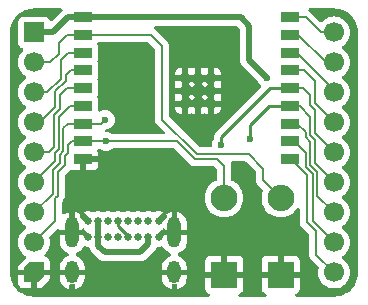
<source format=gbr>
%TF.GenerationSoftware,KiCad,Pcbnew,8.0.4*%
%TF.CreationDate,2024-08-01T02:26:55-04:00*%
%TF.ProjectId,esp32-c3-wroom-socket,65737033-322d-4633-932d-77726f6f6d2d,rev?*%
%TF.SameCoordinates,Original*%
%TF.FileFunction,Copper,L1,Top*%
%TF.FilePolarity,Positive*%
%FSLAX46Y46*%
G04 Gerber Fmt 4.6, Leading zero omitted, Abs format (unit mm)*
G04 Created by KiCad (PCBNEW 8.0.4) date 2024-08-01 02:26:55*
%MOMM*%
%LPD*%
G01*
G04 APERTURE LIST*
G04 Aperture macros list*
%AMOutline5P*
0 Free polygon, 5 corners , with rotation*
0 The origin of the aperture is its center*
0 number of corners: always 5*
0 $1 to $10 corner X, Y*
0 $11 Rotation angle, in degrees counterclockwise*
0 create outline with 5 corners*
4,1,5,$1,$2,$3,$4,$5,$6,$7,$8,$9,$10,$1,$2,$11*%
%AMOutline6P*
0 Free polygon, 6 corners , with rotation*
0 The origin of the aperture is its center*
0 number of corners: always 6*
0 $1 to $12 corner X, Y*
0 $13 Rotation angle, in degrees counterclockwise*
0 create outline with 6 corners*
4,1,6,$1,$2,$3,$4,$5,$6,$7,$8,$9,$10,$11,$12,$1,$2,$13*%
%AMOutline7P*
0 Free polygon, 7 corners , with rotation*
0 The origin of the aperture is its center*
0 number of corners: always 7*
0 $1 to $14 corner X, Y*
0 $15 Rotation angle, in degrees counterclockwise*
0 create outline with 7 corners*
4,1,7,$1,$2,$3,$4,$5,$6,$7,$8,$9,$10,$11,$12,$13,$14,$1,$2,$15*%
%AMOutline8P*
0 Free polygon, 8 corners , with rotation*
0 The origin of the aperture is its center*
0 number of corners: always 8*
0 $1 to $16 corner X, Y*
0 $17 Rotation angle, in degrees counterclockwise*
0 create outline with 8 corners*
4,1,8,$1,$2,$3,$4,$5,$6,$7,$8,$9,$10,$11,$12,$13,$14,$15,$16,$1,$2,$17*%
G04 Aperture macros list end*
%TA.AperFunction,ComponentPad*%
%ADD10C,0.400000*%
%TD*%
%TA.AperFunction,SMDPad,CuDef*%
%ADD11R,0.700000X0.700000*%
%TD*%
%TA.AperFunction,SMDPad,CuDef*%
%ADD12R,1.500000X0.900000*%
%TD*%
%TA.AperFunction,SMDPad,CuDef*%
%ADD13R,2.250000X2.250000*%
%TD*%
%TA.AperFunction,SMDPad,CuDef*%
%ADD14O,2.250000X2.250000*%
%TD*%
%TA.AperFunction,ComponentPad*%
%ADD15C,0.660400*%
%TD*%
%TA.AperFunction,ComponentPad*%
%ADD16O,1.117600X1.905000*%
%TD*%
%TA.AperFunction,ComponentPad*%
%ADD17O,1.117600X2.616200*%
%TD*%
%TA.AperFunction,ComponentPad*%
%ADD18R,1.700000X1.700000*%
%TD*%
%TA.AperFunction,ComponentPad*%
%ADD19C,1.700000*%
%TD*%
%TA.AperFunction,ComponentPad*%
%ADD20Outline6P,-0.850000X0.340000X-0.340000X0.850000X0.850000X0.850000X0.850000X-0.340000X0.340000X-0.850000X-0.850000X-0.850000X0.000000*%
%TD*%
%TA.AperFunction,ViaPad*%
%ADD21C,0.600000*%
%TD*%
%TA.AperFunction,Conductor*%
%ADD22C,0.250000*%
%TD*%
%TA.AperFunction,Conductor*%
%ADD23C,0.200000*%
%TD*%
%TA.AperFunction,Conductor*%
%ADD24C,0.500000*%
%TD*%
G04 APERTURE END LIST*
D10*
%TO.P,U1,39,GND__21*%
%TO.N,GND*%
X158450000Y-65500000D03*
%TO.P,U1,38,GND__20*%
X157350000Y-65500000D03*
%TO.P,U1,37,GND__19*%
X159000000Y-64950000D03*
%TO.P,U1,36,GND__18*%
X157900000Y-64950000D03*
%TO.P,U1,35,GND__17*%
X156800000Y-64950000D03*
%TO.P,U1,34,GND__16*%
X158450000Y-64400000D03*
%TO.P,U1,33,GND__15*%
X157350000Y-64400000D03*
%TO.P,U1,32,GND__14*%
X159000000Y-63850000D03*
%TO.P,U1,31,GND__13*%
X157900000Y-63850000D03*
%TO.P,U1,30,GND__12*%
X156800000Y-63850000D03*
%TO.P,U1,29,GND__11*%
X158450000Y-63300000D03*
%TO.P,U1,28,GND__10*%
X157350000Y-63300000D03*
D11*
%TO.P,U1,27,GND__9*%
X159000000Y-65500000D03*
%TO.P,U1,26,GND__8*%
X157900000Y-65500000D03*
%TO.P,U1,25,GND__7*%
X156800000Y-65500000D03*
%TO.P,U1,24,GND__6*%
X159000000Y-64400000D03*
%TO.P,U1,23,GND__5*%
X157900000Y-64400000D03*
%TO.P,U1,22,GND__4*%
X156800000Y-64400000D03*
%TO.P,U1,21,GND__3*%
X159000000Y-63300000D03*
%TO.P,U1,20,GND__2*%
X157900000Y-63300000D03*
%TO.P,U1,19,GND__1*%
X156800000Y-63300000D03*
D12*
%TO.P,U1,18,IO0*%
%TO.N,GPIO0*%
X165690000Y-58200000D03*
%TO.P,U1,17,IO1*%
%TO.N,GPIO1*%
X165690000Y-59700000D03*
%TO.P,U1,16,IO2*%
%TO.N,GPIO2*%
X165690000Y-61200000D03*
%TO.P,U1,15,IO3*%
%TO.N,GPIO3*%
X165690000Y-62700000D03*
%TO.P,U1,14,IO19*%
%TO.N,USB_D+*%
X165690000Y-64200000D03*
%TO.P,U1,13,IO18*%
%TO.N,USB_D-*%
X165690000Y-65700000D03*
%TO.P,U1,12,TXD*%
%TO.N,UART-TX*%
X165690000Y-67200000D03*
%TO.P,U1,11,RXD*%
%TO.N,UART-RX*%
X165690000Y-68700000D03*
%TO.P,U1,10,IO10*%
%TO.N,GPIO10*%
X165690000Y-70200000D03*
%TO.P,U1,9,GND*%
%TO.N,GND*%
X148190000Y-70200000D03*
%TO.P,U1,8,IO9*%
%TO.N,GPIO9*%
X148190000Y-68700000D03*
%TO.P,U1,7,IO8*%
%TO.N,GPIO8*%
X148190000Y-67200000D03*
%TO.P,U1,6,IO7*%
%TO.N,GPIO7*%
X148190000Y-65700000D03*
%TO.P,U1,5,IO6*%
%TO.N,GPIO6*%
X148190000Y-64200000D03*
%TO.P,U1,4,IO5*%
%TO.N,GPIO5*%
X148190000Y-62700000D03*
%TO.P,U1,3,IO4*%
%TO.N,GPIO4*%
X148190000Y-61200000D03*
%TO.P,U1,2,EN*%
%TO.N,EN*%
X148190000Y-59700000D03*
%TO.P,U1,1,3V3*%
%TO.N,3V3*%
X148190000Y-58200000D03*
%TD*%
D13*
%TO.P,SW1,1,1*%
%TO.N,GND*%
X160100000Y-80000000D03*
D14*
%TO.P,SW1,2,2*%
%TO.N,GPIO9*%
X160100000Y-73500000D03*
%TD*%
D15*
%TO.P,J4,A1,GND*%
%TO.N,GND*%
X148600015Y-75435000D03*
%TO.P,J4,A4,VBUS*%
%TO.N,VBUS*%
X149450016Y-75435000D03*
%TO.P,J4,A5,CC1*%
%TO.N,Net-(J4-CC1)*%
X150300014Y-75435000D03*
%TO.P,J4,A6,D+*%
%TO.N,USB_D+*%
X151150015Y-75435000D03*
%TO.P,J4,A7,D-*%
%TO.N,USB_D-*%
X152000016Y-75435000D03*
%TO.P,J4,A8,SBU1*%
%TO.N,unconnected-(J4-SBU1-PadA8)*%
X152850017Y-75435000D03*
%TO.P,J4,A9,VBUS*%
%TO.N,VBUS*%
X153700015Y-75435000D03*
%TO.P,J4,A12,GND*%
%TO.N,GND*%
X154550016Y-75435000D03*
%TO.P,J4,B1,GND*%
X154550016Y-76785000D03*
%TO.P,J4,B4,VBUS*%
%TO.N,VBUS*%
X153700015Y-76785000D03*
%TO.P,J4,B5,CC2*%
%TO.N,Net-(J4-CC2)*%
X152850017Y-76785000D03*
%TO.P,J4,B6,D+*%
%TO.N,USB_D+*%
X152000016Y-76785000D03*
%TO.P,J4,B7,D-*%
%TO.N,USB_D-*%
X151150015Y-76785000D03*
%TO.P,J4,B8,SBU2*%
%TO.N,unconnected-(J4-SBU2-PadB8)*%
X150300014Y-76785000D03*
%TO.P,J4,B9,VBUS*%
%TO.N,VBUS*%
X149450016Y-76785000D03*
%TO.P,J4,B12,GND*%
%TO.N,GND*%
X148600015Y-76785000D03*
D16*
%TO.P,J4,S1,SHIELD*%
X147250030Y-79800000D03*
%TO.P,J4,S2,SHIELD*%
X155900000Y-79800000D03*
D17*
%TO.P,J4,S3,SHIELD*%
X147250015Y-76415001D03*
%TO.P,J4,S4,SHIELD*%
X155900000Y-76415000D03*
%TD*%
D18*
%TO.P,J2,1*%
%TO.N,3V3*%
X144010000Y-59480000D03*
D19*
%TO.P,J2,2*%
%TO.N,EN*%
X144010000Y-62020000D03*
%TO.P,J2,3*%
%TO.N,GPIO4*%
X144010000Y-64560000D03*
%TO.P,J2,4*%
%TO.N,GPIO5*%
X144010000Y-67100000D03*
%TO.P,J2,5*%
%TO.N,GPIO6*%
X144010000Y-69640000D03*
%TO.P,J2,6*%
%TO.N,GPIO7*%
X144010000Y-72180000D03*
%TO.P,J2,7*%
%TO.N,GPIO8*%
X144010000Y-74720000D03*
%TO.P,J2,8*%
%TO.N,GPIO9*%
X144010000Y-77260000D03*
D20*
%TO.P,J2,9*%
%TO.N,GND*%
X144010000Y-79800000D03*
D19*
%TO.P,J2,10*%
%TO.N,GPIO10*%
X169410000Y-79800000D03*
%TO.P,J2,11*%
%TO.N,UART-RX*%
X169410000Y-77260000D03*
%TO.P,J2,12*%
%TO.N,UART-TX*%
X169410000Y-74720000D03*
%TO.P,J2,13*%
%TO.N,USB_D-*%
X169410000Y-72180000D03*
%TO.P,J2,14*%
%TO.N,USB_D+*%
X169410000Y-69640000D03*
%TO.P,J2,15*%
%TO.N,GPIO3*%
X169410000Y-67100000D03*
%TO.P,J2,16*%
%TO.N,GPIO2*%
X169410000Y-64560000D03*
%TO.P,J2,17*%
%TO.N,GPIO1*%
X169410000Y-62020000D03*
%TO.P,J2,18*%
%TO.N,GPIO0*%
X169410000Y-59480000D03*
%TD*%
D13*
%TO.P,SW2,1,1*%
%TO.N,GND*%
X164900000Y-80000000D03*
D14*
%TO.P,SW2,2,2*%
%TO.N,EN*%
X164900000Y-73500000D03*
%TD*%
D21*
%TO.N,3V3*%
X163700000Y-63300000D03*
%TO.N,GPIO8*%
X150050000Y-66850000D03*
%TO.N,GPIO9*%
X150100000Y-68700000D03*
%TO.N,GND*%
X163700000Y-77000000D03*
X156300000Y-61900000D03*
X162100000Y-77000000D03*
X160700000Y-61700000D03*
X157900000Y-61900000D03*
X150300000Y-65000000D03*
X157100000Y-61900000D03*
X160700000Y-62500000D03*
X162900000Y-77000000D03*
X158700000Y-61900000D03*
X160700000Y-63300000D03*
%TO.N,USB_D+*%
X159875000Y-68975000D03*
%TO.N,USB_D-*%
X162300000Y-68500000D03*
%TD*%
D22*
%TO.N,USB_D+*%
X164000000Y-64200000D02*
X165690000Y-64200000D01*
X159875000Y-68325000D02*
X164000000Y-64200000D01*
X159875000Y-68975000D02*
X159875000Y-68325000D01*
%TO.N,USB_D-*%
X162300000Y-67311396D02*
X163911396Y-65700000D01*
X162300000Y-68500000D02*
X162300000Y-67311396D01*
X163911396Y-65700000D02*
X165690000Y-65700000D01*
D23*
%TO.N,GPIO9*%
X157634314Y-70200000D02*
X159500000Y-70200000D01*
X159500000Y-70200000D02*
X160100000Y-70800000D01*
X160100000Y-70800000D02*
X160100000Y-73500000D01*
X156134314Y-68700000D02*
X157634314Y-70200000D01*
X150100000Y-68700000D02*
X156134314Y-68700000D01*
%TO.N,EN*%
X163400000Y-72000000D02*
X164900000Y-73500000D01*
X157800000Y-69800000D02*
X162200000Y-69800000D01*
X154850000Y-66850000D02*
X157800000Y-69800000D01*
X154850000Y-60650000D02*
X154850000Y-66850000D01*
X162200000Y-69800000D02*
X163400000Y-71000000D01*
X148190000Y-59700000D02*
X153900000Y-59700000D01*
X153900000Y-59700000D02*
X154850000Y-60650000D01*
X163400000Y-71000000D02*
X163400000Y-72000000D01*
D24*
%TO.N,3V3*%
X162200000Y-61800000D02*
X162200000Y-58900000D01*
X161500000Y-58200000D02*
X148190000Y-58200000D01*
X163700000Y-63300000D02*
X162200000Y-61800000D01*
X162200000Y-58900000D02*
X161500000Y-58200000D01*
%TO.N,VBUS*%
X153000000Y-78100000D02*
X153700015Y-77399985D01*
X150000000Y-78100000D02*
X153000000Y-78100000D01*
X153700015Y-77399985D02*
X153700015Y-76785000D01*
X149450016Y-77550016D02*
X150000000Y-78100000D01*
X149450016Y-76785000D02*
X149450016Y-77550016D01*
X149450016Y-75435000D02*
X149450016Y-76785000D01*
D23*
%TO.N,GPIO9*%
X150100000Y-68700000D02*
X148190000Y-68700000D01*
%TO.N,GPIO8*%
X149700000Y-67200000D02*
X148190000Y-67200000D01*
X150050000Y-66850000D02*
X149700000Y-67200000D01*
%TO.N,GPIO3*%
X166900000Y-62700000D02*
X167800000Y-63600000D01*
X167800000Y-65490000D02*
X169410000Y-67100000D01*
X167800000Y-63600000D02*
X167800000Y-65490000D01*
X165690000Y-62700000D02*
X166900000Y-62700000D01*
%TO.N,GPIO2*%
X165690000Y-61200000D02*
X166300000Y-61200000D01*
X166300000Y-61200000D02*
X169410000Y-64310000D01*
X169410000Y-64310000D02*
X169410000Y-64560000D01*
%TO.N,GPIO1*%
X165690000Y-59700000D02*
X166400000Y-59700000D01*
X166400000Y-59700000D02*
X168720000Y-62020000D01*
X168720000Y-62020000D02*
X169410000Y-62020000D01*
%TO.N,GPIO0*%
X168280000Y-59480000D02*
X167000000Y-58200000D01*
X167000000Y-58200000D02*
X165690000Y-58200000D01*
X169410000Y-59480000D02*
X168280000Y-59480000D01*
%TO.N,GPIO4*%
X148190000Y-61200000D02*
X146900000Y-61200000D01*
X146900000Y-61200000D02*
X146300000Y-61800000D01*
X146300000Y-63400000D02*
X145140000Y-64560000D01*
X146300000Y-61800000D02*
X146300000Y-63400000D01*
X145140000Y-64560000D02*
X144010000Y-64560000D01*
%TO.N,GPIO7*%
X148190000Y-65700000D02*
X147015686Y-65700000D01*
X146100000Y-66615686D02*
X146100000Y-69358628D01*
X146100000Y-69358628D02*
X145800000Y-69658628D01*
X145800000Y-69658628D02*
X145800000Y-70390000D01*
X147015686Y-65700000D02*
X146100000Y-66615686D01*
X145800000Y-70390000D02*
X144010000Y-72180000D01*
%TO.N,USB_D+*%
X167400000Y-65655686D02*
X167800000Y-66055686D01*
X167800000Y-66055686D02*
X167800000Y-68030000D01*
X166800000Y-64200000D02*
X167400000Y-64800000D01*
X167400000Y-64800000D02*
X167400000Y-65655686D01*
D22*
X152000016Y-76708408D02*
X152000016Y-76785000D01*
D23*
X167800000Y-68030000D02*
X169410000Y-69640000D01*
X165690000Y-64200000D02*
X166800000Y-64200000D01*
D22*
X151150015Y-75858407D02*
X152000016Y-76708408D01*
X151150015Y-75435000D02*
X151150015Y-75858407D01*
D23*
%TO.N,UART-RX*%
X167000000Y-69710000D02*
X167000000Y-70901372D01*
X167600000Y-71501372D02*
X167600000Y-75450000D01*
X165990000Y-68700000D02*
X167000000Y-69710000D01*
X165690000Y-68700000D02*
X165990000Y-68700000D01*
X167000000Y-70901372D02*
X167600000Y-71501372D01*
X167600000Y-75450000D02*
X169410000Y-77260000D01*
%TO.N,USB_D-*%
X166500000Y-65700000D02*
X167400000Y-66600000D01*
X167400000Y-68195686D02*
X167800000Y-68595686D01*
X167800000Y-70570000D02*
X169410000Y-72180000D01*
X167800000Y-68595686D02*
X167800000Y-70570000D01*
X167400000Y-66600000D02*
X167400000Y-68195686D01*
X165690000Y-65700000D02*
X166500000Y-65700000D01*
%TO.N,GPIO5*%
X148190000Y-62700000D02*
X147100000Y-62700000D01*
X145800000Y-65784314D02*
X144484314Y-67100000D01*
X146700000Y-63100000D02*
X146700000Y-63565686D01*
X146700000Y-63565686D02*
X145800000Y-64465686D01*
X145800000Y-64465686D02*
X145800000Y-65784314D01*
X144484314Y-67100000D02*
X144010000Y-67100000D01*
X147100000Y-62700000D02*
X146700000Y-63100000D01*
%TO.N,GPIO8*%
X146200000Y-69824313D02*
X146200000Y-70555686D01*
X145600000Y-71155686D02*
X145600000Y-73130000D01*
X145600000Y-73130000D02*
X144010000Y-74720000D01*
X146499999Y-69524314D02*
X146200000Y-69824313D01*
X146200000Y-70555686D02*
X145600000Y-71155686D01*
X146500000Y-67600000D02*
X146499999Y-69524314D01*
X148190000Y-67200000D02*
X146900000Y-67200000D01*
X146900000Y-67200000D02*
X146500000Y-67600000D01*
%TO.N,UART-TX*%
X167400000Y-68761372D02*
X167400000Y-70735686D01*
X167400000Y-70735686D02*
X168000000Y-71335686D01*
X165690000Y-67200000D02*
X166300000Y-67200000D01*
X167000000Y-68361372D02*
X167400000Y-68761372D01*
X168000000Y-71335686D02*
X168000000Y-73310000D01*
X167000000Y-67900000D02*
X167000000Y-68361372D01*
X166300000Y-67200000D02*
X167000000Y-67900000D01*
X168000000Y-73310000D02*
X169410000Y-74720000D01*
%TO.N,GPIO10*%
X167900000Y-76315686D02*
X167900000Y-78290000D01*
X165732942Y-70200000D02*
X167100000Y-71567058D01*
X167900000Y-78290000D02*
X169410000Y-79800000D01*
X165690000Y-70200000D02*
X165732942Y-70200000D01*
X167100000Y-71567058D02*
X167100000Y-75515686D01*
X167100000Y-75515686D02*
X167900000Y-76315686D01*
%TO.N,EN*%
X146800000Y-59700000D02*
X146100000Y-60400000D01*
X145380000Y-62020000D02*
X144010000Y-62020000D01*
X146100000Y-60400000D02*
X146100000Y-61300000D01*
X148190000Y-59700000D02*
X146800000Y-59700000D01*
X146100000Y-61300000D02*
X145380000Y-62020000D01*
%TO.N,GPIO9*%
X145800000Y-75470000D02*
X144010000Y-77260000D01*
X147200000Y-68700000D02*
X146900000Y-69000000D01*
X146000000Y-73295686D02*
X145800000Y-73495686D01*
X148190000Y-68700000D02*
X147200000Y-68700000D01*
X145800000Y-73495686D02*
X145800000Y-75470000D01*
X146600000Y-70721372D02*
X146000000Y-71321372D01*
X146665685Y-69924314D02*
X146600000Y-69989999D01*
X146600000Y-69989999D02*
X146600000Y-70721372D01*
X146900000Y-69000000D02*
X146900000Y-69690000D01*
X146000000Y-71321372D02*
X146000000Y-73295686D01*
X146900000Y-69690000D02*
X146665685Y-69924314D01*
D24*
%TO.N,3V3*%
X146900000Y-58200000D02*
X145620000Y-59480000D01*
X145620000Y-59480000D02*
X144010000Y-59480000D01*
X148190000Y-58200000D02*
X146900000Y-58200000D01*
D23*
%TO.N,GPIO6*%
X146200000Y-64800000D02*
X146200000Y-65950000D01*
X145700000Y-69192942D02*
X145252942Y-69640000D01*
X148190000Y-64200000D02*
X146800000Y-64200000D01*
X145700000Y-66450000D02*
X145700000Y-69192942D01*
X145252942Y-69640000D02*
X144010000Y-69640000D01*
X146200000Y-65950000D02*
X145700000Y-66450000D01*
X146800000Y-64200000D02*
X146200000Y-64800000D01*
%TD*%
%TA.AperFunction,Conductor*%
%TO.N,GND*%
G36*
X146365809Y-57460185D02*
G01*
X146411564Y-57512989D01*
X146421508Y-57582147D01*
X146392483Y-57645703D01*
X146386451Y-57652181D01*
X145534541Y-58504090D01*
X145473218Y-58537575D01*
X145403526Y-58532591D01*
X145347593Y-58490719D01*
X145330678Y-58459742D01*
X145303797Y-58387671D01*
X145303793Y-58387664D01*
X145217547Y-58272455D01*
X145217544Y-58272452D01*
X145102335Y-58186206D01*
X145102328Y-58186202D01*
X144967482Y-58135908D01*
X144967483Y-58135908D01*
X144907883Y-58129501D01*
X144907881Y-58129500D01*
X144907873Y-58129500D01*
X144907864Y-58129500D01*
X143112129Y-58129500D01*
X143112123Y-58129501D01*
X143052516Y-58135908D01*
X142917671Y-58186202D01*
X142917664Y-58186206D01*
X142802455Y-58272452D01*
X142802452Y-58272455D01*
X142716206Y-58387664D01*
X142716202Y-58387671D01*
X142665908Y-58522517D01*
X142659501Y-58582116D01*
X142659500Y-58582135D01*
X142659500Y-60377870D01*
X142659501Y-60377876D01*
X142665908Y-60437483D01*
X142716202Y-60572328D01*
X142716206Y-60572335D01*
X142802452Y-60687544D01*
X142802455Y-60687547D01*
X142917664Y-60773793D01*
X142917671Y-60773797D01*
X143049081Y-60822810D01*
X143105015Y-60864681D01*
X143129432Y-60930145D01*
X143114580Y-60998418D01*
X143093430Y-61026673D01*
X142971503Y-61148600D01*
X142835965Y-61342169D01*
X142835964Y-61342171D01*
X142736098Y-61556335D01*
X142736094Y-61556344D01*
X142674938Y-61784586D01*
X142674936Y-61784596D01*
X142654341Y-62019999D01*
X142654341Y-62020000D01*
X142674936Y-62255403D01*
X142674938Y-62255413D01*
X142736094Y-62483655D01*
X142736096Y-62483659D01*
X142736097Y-62483663D01*
X142823073Y-62670184D01*
X142835965Y-62697830D01*
X142835967Y-62697834D01*
X142971501Y-62891395D01*
X142971506Y-62891402D01*
X143138597Y-63058493D01*
X143138603Y-63058498D01*
X143324158Y-63188425D01*
X143367783Y-63243002D01*
X143374977Y-63312500D01*
X143343454Y-63374855D01*
X143324158Y-63391575D01*
X143138597Y-63521505D01*
X142971505Y-63688597D01*
X142835965Y-63882169D01*
X142835964Y-63882171D01*
X142736098Y-64096335D01*
X142736094Y-64096344D01*
X142674938Y-64324586D01*
X142674936Y-64324596D01*
X142654341Y-64559999D01*
X142654341Y-64560000D01*
X142674936Y-64795403D01*
X142674938Y-64795413D01*
X142736094Y-65023655D01*
X142736096Y-65023659D01*
X142736097Y-65023663D01*
X142788469Y-65135975D01*
X142835965Y-65237830D01*
X142835967Y-65237834D01*
X142971501Y-65431395D01*
X142971506Y-65431402D01*
X143138597Y-65598493D01*
X143138603Y-65598498D01*
X143324158Y-65728425D01*
X143367783Y-65783002D01*
X143374977Y-65852500D01*
X143343454Y-65914855D01*
X143324158Y-65931575D01*
X143138597Y-66061505D01*
X142971505Y-66228597D01*
X142835965Y-66422169D01*
X142835964Y-66422171D01*
X142736098Y-66636335D01*
X142736094Y-66636344D01*
X142674938Y-66864586D01*
X142674936Y-66864596D01*
X142654341Y-67099999D01*
X142654341Y-67100000D01*
X142674936Y-67335403D01*
X142674938Y-67335413D01*
X142736094Y-67563655D01*
X142736096Y-67563659D01*
X142736097Y-67563663D01*
X142835965Y-67777830D01*
X142835967Y-67777834D01*
X142917613Y-67894435D01*
X142960122Y-67955145D01*
X142971501Y-67971395D01*
X142971506Y-67971402D01*
X143138597Y-68138493D01*
X143138603Y-68138498D01*
X143324158Y-68268425D01*
X143367783Y-68323002D01*
X143374977Y-68392500D01*
X143343454Y-68454855D01*
X143324158Y-68471575D01*
X143138597Y-68601505D01*
X142971505Y-68768597D01*
X142835965Y-68962169D01*
X142835964Y-68962171D01*
X142736098Y-69176335D01*
X142736094Y-69176344D01*
X142674938Y-69404586D01*
X142674936Y-69404596D01*
X142654341Y-69639999D01*
X142654341Y-69640000D01*
X142674936Y-69875403D01*
X142674938Y-69875413D01*
X142736094Y-70103655D01*
X142736096Y-70103659D01*
X142736097Y-70103663D01*
X142767273Y-70170520D01*
X142835965Y-70317830D01*
X142835967Y-70317834D01*
X142971501Y-70511395D01*
X142971506Y-70511402D01*
X143138597Y-70678493D01*
X143138603Y-70678498D01*
X143324158Y-70808425D01*
X143367783Y-70863002D01*
X143374977Y-70932500D01*
X143343454Y-70994855D01*
X143324158Y-71011575D01*
X143138597Y-71141505D01*
X142971505Y-71308597D01*
X142835965Y-71502169D01*
X142835964Y-71502171D01*
X142736098Y-71716335D01*
X142736094Y-71716344D01*
X142674938Y-71944586D01*
X142674936Y-71944596D01*
X142654341Y-72179999D01*
X142654341Y-72180000D01*
X142674936Y-72415403D01*
X142674938Y-72415413D01*
X142736094Y-72643655D01*
X142736096Y-72643659D01*
X142736097Y-72643663D01*
X142749431Y-72672257D01*
X142835965Y-72857830D01*
X142835967Y-72857834D01*
X142971501Y-73051395D01*
X142971506Y-73051402D01*
X143138597Y-73218493D01*
X143138603Y-73218498D01*
X143324158Y-73348425D01*
X143367783Y-73403002D01*
X143374977Y-73472500D01*
X143343454Y-73534855D01*
X143324158Y-73551575D01*
X143138597Y-73681505D01*
X142971505Y-73848597D01*
X142835965Y-74042169D01*
X142835964Y-74042171D01*
X142736098Y-74256335D01*
X142736094Y-74256344D01*
X142674938Y-74484586D01*
X142674936Y-74484596D01*
X142654341Y-74719999D01*
X142654341Y-74720000D01*
X142674936Y-74955403D01*
X142674938Y-74955413D01*
X142736094Y-75183655D01*
X142736096Y-75183659D01*
X142736097Y-75183663D01*
X142772316Y-75261334D01*
X142835965Y-75397830D01*
X142835967Y-75397834D01*
X142944281Y-75552521D01*
X142950506Y-75561412D01*
X142971501Y-75591395D01*
X142971506Y-75591402D01*
X143138597Y-75758493D01*
X143138603Y-75758498D01*
X143324158Y-75888425D01*
X143367783Y-75943002D01*
X143374977Y-76012500D01*
X143343454Y-76074855D01*
X143324158Y-76091575D01*
X143138597Y-76221505D01*
X142971505Y-76388597D01*
X142835965Y-76582169D01*
X142835964Y-76582171D01*
X142736098Y-76796335D01*
X142736094Y-76796344D01*
X142674938Y-77024586D01*
X142674936Y-77024596D01*
X142654341Y-77259999D01*
X142654341Y-77260000D01*
X142674936Y-77495403D01*
X142674938Y-77495413D01*
X142736094Y-77723655D01*
X142736096Y-77723659D01*
X142736097Y-77723663D01*
X142835965Y-77937830D01*
X142971505Y-78131401D01*
X143138599Y-78298495D01*
X143283365Y-78399861D01*
X143297395Y-78409685D01*
X143341019Y-78464262D01*
X143348212Y-78533761D01*
X143316690Y-78596115D01*
X143313952Y-78598941D01*
X142777504Y-79135389D01*
X142777492Y-79135403D01*
X142725570Y-79202241D01*
X142725570Y-79202242D01*
X142670549Y-79335075D01*
X142660000Y-79419058D01*
X142660000Y-79550000D01*
X143576988Y-79550000D01*
X143544075Y-79607007D01*
X143510000Y-79734174D01*
X143510000Y-79865826D01*
X143544075Y-79992993D01*
X143576988Y-80050000D01*
X142660000Y-80050000D01*
X142660000Y-80697844D01*
X142666401Y-80757372D01*
X142666403Y-80757379D01*
X142716645Y-80892086D01*
X142716649Y-80892093D01*
X142802809Y-81007187D01*
X142802812Y-81007190D01*
X142917906Y-81093350D01*
X142917913Y-81093354D01*
X143052620Y-81143596D01*
X143052627Y-81143598D01*
X143112155Y-81149999D01*
X143112172Y-81150000D01*
X143760000Y-81150000D01*
X143760000Y-80233012D01*
X143817007Y-80265925D01*
X143944174Y-80300000D01*
X144075826Y-80300000D01*
X144202993Y-80265925D01*
X144260000Y-80233012D01*
X144260000Y-81150000D01*
X144390942Y-81150000D01*
X144390943Y-81149999D01*
X144474925Y-81139450D01*
X144607758Y-81084429D01*
X144674596Y-81032507D01*
X144674609Y-81032496D01*
X145242496Y-80464609D01*
X145242507Y-80464596D01*
X145294429Y-80397758D01*
X145294429Y-80397757D01*
X145349450Y-80264924D01*
X145359999Y-80180941D01*
X145360000Y-80180935D01*
X145360000Y-80050000D01*
X144443012Y-80050000D01*
X144475925Y-79992993D01*
X144510000Y-79865826D01*
X144510000Y-79734174D01*
X144475925Y-79607007D01*
X144443012Y-79550000D01*
X145360000Y-79550000D01*
X145360000Y-78902172D01*
X145359999Y-78902155D01*
X145353598Y-78842627D01*
X145353596Y-78842620D01*
X145303354Y-78707913D01*
X145303350Y-78707906D01*
X145217190Y-78592812D01*
X145217187Y-78592809D01*
X145102093Y-78506649D01*
X145102088Y-78506646D01*
X144970528Y-78457577D01*
X144914595Y-78415705D01*
X144890178Y-78350241D01*
X144905030Y-78281968D01*
X144926175Y-78253720D01*
X145048495Y-78131401D01*
X145184035Y-77937830D01*
X145283903Y-77723663D01*
X145345063Y-77495408D01*
X145365659Y-77260000D01*
X145345063Y-77024592D01*
X145310671Y-76896239D01*
X145312334Y-76826393D01*
X145342763Y-76776470D01*
X145985043Y-76134191D01*
X146046366Y-76100706D01*
X146116058Y-76105690D01*
X146160405Y-76134191D01*
X146191215Y-76165001D01*
X146625515Y-76165001D01*
X146692554Y-76184686D01*
X146738309Y-76237490D01*
X146749515Y-76289001D01*
X146749515Y-76541001D01*
X146729830Y-76608040D01*
X146677026Y-76653795D01*
X146625515Y-76665001D01*
X146191215Y-76665001D01*
X146191215Y-77268588D01*
X146231902Y-77473134D01*
X146231904Y-77473142D01*
X146311717Y-77665829D01*
X146427592Y-77839249D01*
X146575066Y-77986723D01*
X146748486Y-78102597D01*
X146913002Y-78170742D01*
X146967405Y-78214583D01*
X146989470Y-78280877D01*
X146972191Y-78348576D01*
X146921054Y-78396187D01*
X146913002Y-78399864D01*
X146748502Y-78468002D01*
X146575081Y-78583877D01*
X146427607Y-78731351D01*
X146311732Y-78904771D01*
X146231919Y-79097458D01*
X146231917Y-79097466D01*
X146191230Y-79302012D01*
X146191230Y-79550000D01*
X146620459Y-79550000D01*
X146687498Y-79569685D01*
X146726533Y-79614734D01*
X146728506Y-79613596D01*
X146732914Y-79621230D01*
X146733250Y-79622486D01*
X146733253Y-79622489D01*
X146735024Y-79626557D01*
X146735687Y-79628158D01*
X146734862Y-79628499D01*
X146749530Y-79683235D01*
X146749530Y-79916764D01*
X146734866Y-79971493D01*
X146735690Y-79971834D01*
X146735028Y-79973433D01*
X146734007Y-79974700D01*
X146732919Y-79978760D01*
X146732572Y-79979362D01*
X146732571Y-79979363D01*
X146728510Y-79986399D01*
X146725829Y-79984851D01*
X146691197Y-80027844D01*
X146624907Y-80049920D01*
X146620459Y-80050000D01*
X146191230Y-80050000D01*
X146191230Y-80297987D01*
X146231917Y-80502533D01*
X146231919Y-80502541D01*
X146311732Y-80695228D01*
X146427607Y-80868648D01*
X146575081Y-81016122D01*
X146748501Y-81131997D01*
X146941188Y-81211810D01*
X146941196Y-81211812D01*
X147000029Y-81223515D01*
X147000030Y-81223515D01*
X147000030Y-80863201D01*
X147019715Y-80796162D01*
X147072519Y-80750407D01*
X147141677Y-80740463D01*
X147156104Y-80743421D01*
X147176923Y-80749000D01*
X147176927Y-80749000D01*
X147323133Y-80749000D01*
X147323137Y-80749000D01*
X147343939Y-80743426D01*
X147413785Y-80745089D01*
X147471648Y-80784251D01*
X147499153Y-80848479D01*
X147500030Y-80863201D01*
X147500030Y-81223515D01*
X147558863Y-81211812D01*
X147558871Y-81211810D01*
X147751558Y-81131997D01*
X147924978Y-81016122D01*
X148072452Y-80868648D01*
X148188327Y-80695228D01*
X148268140Y-80502541D01*
X148268142Y-80502533D01*
X148308829Y-80297987D01*
X148308830Y-80297984D01*
X148308830Y-80050000D01*
X147879601Y-80050000D01*
X147812562Y-80030315D01*
X147773522Y-79985260D01*
X147771550Y-79986399D01*
X147767488Y-79979363D01*
X147767488Y-79979362D01*
X147767140Y-79978760D01*
X147766803Y-79977503D01*
X147765032Y-79973433D01*
X147764370Y-79971834D01*
X147765193Y-79971493D01*
X147750530Y-79916764D01*
X147750530Y-79683235D01*
X147765197Y-79628499D01*
X147764373Y-79628158D01*
X147765036Y-79626557D01*
X147766058Y-79625287D01*
X147767146Y-79621230D01*
X147771554Y-79613596D01*
X147774232Y-79615142D01*
X147808873Y-79572150D01*
X147875165Y-79550079D01*
X147879601Y-79550000D01*
X148308830Y-79550000D01*
X148308830Y-79302016D01*
X148308829Y-79302012D01*
X148268142Y-79097466D01*
X148268140Y-79097458D01*
X148188327Y-78904771D01*
X148072452Y-78731351D01*
X147924978Y-78583877D01*
X147751558Y-78468002D01*
X147587042Y-78399858D01*
X147532639Y-78356017D01*
X147510574Y-78289723D01*
X147527853Y-78222023D01*
X147578991Y-78174413D01*
X147587043Y-78170736D01*
X147751541Y-78102599D01*
X147924963Y-77986723D01*
X148072437Y-77839249D01*
X148188308Y-77665834D01*
X148188312Y-77665826D01*
X148194413Y-77651098D01*
X148238252Y-77596694D01*
X148304546Y-77574627D01*
X148335402Y-77578959D01*
X148335699Y-77577565D01*
X148512757Y-77615200D01*
X148596015Y-77615200D01*
X148663054Y-77634885D01*
X148708809Y-77687689D01*
X148717632Y-77715009D01*
X148728356Y-77768921D01*
X148728359Y-77768933D01*
X148784929Y-77905506D01*
X148784930Y-77905507D01*
X148784932Y-77905511D01*
X148806526Y-77937828D01*
X148806527Y-77937830D01*
X148867067Y-78028436D01*
X148867068Y-78028437D01*
X149521584Y-78682952D01*
X149521586Y-78682954D01*
X149551058Y-78702645D01*
X149595270Y-78732186D01*
X149644505Y-78765084D01*
X149644506Y-78765084D01*
X149644507Y-78765085D01*
X149644509Y-78765086D01*
X149674697Y-78777590D01*
X149781087Y-78821658D01*
X149781091Y-78821658D01*
X149781092Y-78821659D01*
X149926079Y-78850500D01*
X149926082Y-78850500D01*
X153073920Y-78850500D01*
X153191278Y-78827155D01*
X153218913Y-78821658D01*
X153355495Y-78765084D01*
X153404729Y-78732186D01*
X153404734Y-78732183D01*
X153429071Y-78715921D01*
X153478416Y-78682952D01*
X154282967Y-77878401D01*
X154332201Y-77804714D01*
X154365099Y-77755480D01*
X154391498Y-77691748D01*
X154435339Y-77637344D01*
X154501633Y-77615279D01*
X154506059Y-77615200D01*
X154637274Y-77615200D01*
X154814332Y-77577565D01*
X154814910Y-77580284D01*
X154872509Y-77578612D01*
X154932358Y-77614665D01*
X154955601Y-77651098D01*
X154961702Y-77665826D01*
X155077577Y-77839248D01*
X155225051Y-77986722D01*
X155398471Y-78102597D01*
X155562980Y-78170739D01*
X155617383Y-78214580D01*
X155639448Y-78280874D01*
X155622169Y-78348574D01*
X155571031Y-78396184D01*
X155562980Y-78399861D01*
X155398471Y-78468002D01*
X155225051Y-78583877D01*
X155077577Y-78731351D01*
X154961702Y-78904771D01*
X154881889Y-79097458D01*
X154881887Y-79097466D01*
X154841200Y-79302012D01*
X154841200Y-79550000D01*
X155270429Y-79550000D01*
X155337468Y-79569685D01*
X155376503Y-79614734D01*
X155378476Y-79613596D01*
X155382884Y-79621230D01*
X155383220Y-79622486D01*
X155383223Y-79622489D01*
X155384994Y-79626557D01*
X155385657Y-79628158D01*
X155384832Y-79628499D01*
X155399500Y-79683235D01*
X155399500Y-79916764D01*
X155384836Y-79971493D01*
X155385660Y-79971834D01*
X155384998Y-79973433D01*
X155383977Y-79974700D01*
X155382889Y-79978760D01*
X155382542Y-79979362D01*
X155382541Y-79979363D01*
X155378480Y-79986399D01*
X155375799Y-79984851D01*
X155341167Y-80027844D01*
X155274877Y-80049920D01*
X155270429Y-80050000D01*
X154841200Y-80050000D01*
X154841200Y-80297987D01*
X154881887Y-80502533D01*
X154881889Y-80502541D01*
X154961702Y-80695228D01*
X155077577Y-80868648D01*
X155225051Y-81016122D01*
X155398471Y-81131997D01*
X155591158Y-81211810D01*
X155591166Y-81211812D01*
X155649999Y-81223515D01*
X155650000Y-81223515D01*
X155650000Y-80863201D01*
X155669685Y-80796162D01*
X155722489Y-80750407D01*
X155791647Y-80740463D01*
X155806074Y-80743421D01*
X155826893Y-80749000D01*
X155826897Y-80749000D01*
X155973103Y-80749000D01*
X155973107Y-80749000D01*
X155993909Y-80743426D01*
X156063755Y-80745089D01*
X156121618Y-80784251D01*
X156149123Y-80848479D01*
X156150000Y-80863201D01*
X156150000Y-81223515D01*
X156208833Y-81211812D01*
X156208841Y-81211810D01*
X156401528Y-81131997D01*
X156574948Y-81016122D01*
X156722422Y-80868648D01*
X156838297Y-80695228D01*
X156918110Y-80502541D01*
X156918112Y-80502533D01*
X156958799Y-80297987D01*
X156958800Y-80297984D01*
X156958800Y-80050000D01*
X156529571Y-80050000D01*
X156462532Y-80030315D01*
X156423492Y-79985260D01*
X156421520Y-79986399D01*
X156417458Y-79979363D01*
X156417458Y-79979362D01*
X156417110Y-79978760D01*
X156416773Y-79977503D01*
X156415002Y-79973433D01*
X156414340Y-79971834D01*
X156415163Y-79971493D01*
X156400500Y-79916764D01*
X156400500Y-79683235D01*
X156415167Y-79628499D01*
X156414343Y-79628158D01*
X156415006Y-79626557D01*
X156416028Y-79625287D01*
X156417116Y-79621230D01*
X156421524Y-79613596D01*
X156424202Y-79615142D01*
X156458843Y-79572150D01*
X156525135Y-79550079D01*
X156529571Y-79550000D01*
X156958800Y-79550000D01*
X156958800Y-79302016D01*
X156958799Y-79302012D01*
X156918112Y-79097466D01*
X156918110Y-79097458D01*
X156838297Y-78904771D01*
X156786436Y-78827155D01*
X158475000Y-78827155D01*
X158475000Y-79750000D01*
X159850000Y-79750000D01*
X160350000Y-79750000D01*
X161725000Y-79750000D01*
X161725000Y-78827172D01*
X161724999Y-78827155D01*
X163275000Y-78827155D01*
X163275000Y-79750000D01*
X164650000Y-79750000D01*
X165150000Y-79750000D01*
X166525000Y-79750000D01*
X166525000Y-78827172D01*
X166524999Y-78827155D01*
X166518598Y-78767627D01*
X166518596Y-78767620D01*
X166468354Y-78632913D01*
X166468350Y-78632906D01*
X166382190Y-78517812D01*
X166382187Y-78517809D01*
X166267093Y-78431649D01*
X166267086Y-78431645D01*
X166132379Y-78381403D01*
X166132372Y-78381401D01*
X166072844Y-78375000D01*
X165150000Y-78375000D01*
X165150000Y-79750000D01*
X164650000Y-79750000D01*
X164650000Y-78375000D01*
X163727155Y-78375000D01*
X163667627Y-78381401D01*
X163667620Y-78381403D01*
X163532913Y-78431645D01*
X163532906Y-78431649D01*
X163417812Y-78517809D01*
X163417809Y-78517812D01*
X163331649Y-78632906D01*
X163331645Y-78632913D01*
X163281403Y-78767620D01*
X163281401Y-78767627D01*
X163275000Y-78827155D01*
X161724999Y-78827155D01*
X161718598Y-78767627D01*
X161718596Y-78767620D01*
X161668354Y-78632913D01*
X161668350Y-78632906D01*
X161582190Y-78517812D01*
X161582187Y-78517809D01*
X161467093Y-78431649D01*
X161467086Y-78431645D01*
X161332379Y-78381403D01*
X161332372Y-78381401D01*
X161272844Y-78375000D01*
X160350000Y-78375000D01*
X160350000Y-79750000D01*
X159850000Y-79750000D01*
X159850000Y-78375000D01*
X158927155Y-78375000D01*
X158867627Y-78381401D01*
X158867620Y-78381403D01*
X158732913Y-78431645D01*
X158732906Y-78431649D01*
X158617812Y-78517809D01*
X158617809Y-78517812D01*
X158531649Y-78632906D01*
X158531645Y-78632913D01*
X158481403Y-78767620D01*
X158481401Y-78767627D01*
X158475000Y-78827155D01*
X156786436Y-78827155D01*
X156722422Y-78731351D01*
X156574948Y-78583877D01*
X156401528Y-78468003D01*
X156237019Y-78399861D01*
X156182616Y-78356020D01*
X156160551Y-78289726D01*
X156177830Y-78222026D01*
X156228968Y-78174416D01*
X156237019Y-78170739D01*
X156401528Y-78102596D01*
X156574948Y-77986722D01*
X156722422Y-77839248D01*
X156838297Y-77665828D01*
X156918110Y-77473141D01*
X156918112Y-77473133D01*
X156958799Y-77268587D01*
X156958800Y-77268584D01*
X156958800Y-76665000D01*
X156524500Y-76665000D01*
X156457461Y-76645315D01*
X156411706Y-76592511D01*
X156400500Y-76541000D01*
X156400500Y-76289000D01*
X156420185Y-76221961D01*
X156472989Y-76176206D01*
X156524500Y-76165000D01*
X156958800Y-76165000D01*
X156958800Y-75561416D01*
X156958799Y-75561412D01*
X156918112Y-75356866D01*
X156918110Y-75356858D01*
X156838297Y-75164171D01*
X156722422Y-74990751D01*
X156574948Y-74843277D01*
X156401528Y-74727402D01*
X156208839Y-74647588D01*
X156208835Y-74647587D01*
X156150000Y-74635883D01*
X156150000Y-74996198D01*
X156130315Y-75063237D01*
X156077511Y-75108992D01*
X156008353Y-75118936D01*
X155993912Y-75115974D01*
X155973107Y-75110400D01*
X155826893Y-75110400D01*
X155806090Y-75115973D01*
X155736241Y-75114309D01*
X155678379Y-75075145D01*
X155650877Y-75010916D01*
X155650000Y-74996198D01*
X155650000Y-74635884D01*
X155649999Y-74635883D01*
X155591164Y-74647587D01*
X155591160Y-74647588D01*
X155398468Y-74727404D01*
X155398467Y-74727404D01*
X155225062Y-74843270D01*
X155225053Y-74843277D01*
X155209118Y-74859210D01*
X155256557Y-74906650D01*
X155290041Y-74967974D01*
X155285057Y-75037665D01*
X155256556Y-75082012D01*
X154739640Y-75598928D01*
X154678317Y-75632413D01*
X154615288Y-75627905D01*
X154665120Y-75607265D01*
X154722281Y-75550104D01*
X154753216Y-75475419D01*
X154753216Y-75394581D01*
X154722281Y-75319896D01*
X154665120Y-75262735D01*
X154590435Y-75231800D01*
X154509597Y-75231800D01*
X154507696Y-75232587D01*
X154504489Y-75222716D01*
X154502494Y-75152880D01*
X154534740Y-75096721D01*
X154934186Y-74697276D01*
X154807972Y-74641083D01*
X154637274Y-74604800D01*
X154462758Y-74604800D01*
X154292059Y-74641083D01*
X154292055Y-74641084D01*
X154176063Y-74692726D01*
X154106813Y-74702010D01*
X154075193Y-74692725D01*
X153958134Y-74640606D01*
X153958128Y-74640604D01*
X153823629Y-74612016D01*
X153787325Y-74604300D01*
X153612705Y-74604300D01*
X153576401Y-74612016D01*
X153441902Y-74640604D01*
X153414160Y-74652956D01*
X153325450Y-74692452D01*
X153256202Y-74701736D01*
X153224582Y-74692452D01*
X153108131Y-74640605D01*
X153108129Y-74640604D01*
X153108130Y-74640604D01*
X152973631Y-74612016D01*
X152937327Y-74604300D01*
X152762707Y-74604300D01*
X152732766Y-74610663D01*
X152591903Y-74640604D01*
X152591901Y-74640605D01*
X152475451Y-74692452D01*
X152406201Y-74701736D01*
X152374581Y-74692452D01*
X152258131Y-74640605D01*
X152258129Y-74640604D01*
X152123630Y-74612016D01*
X152087326Y-74604300D01*
X151912706Y-74604300D01*
X151882765Y-74610663D01*
X151741902Y-74640604D01*
X151741900Y-74640605D01*
X151625450Y-74692452D01*
X151556200Y-74701736D01*
X151524580Y-74692452D01*
X151408130Y-74640605D01*
X151408128Y-74640604D01*
X151273629Y-74612016D01*
X151237325Y-74604300D01*
X151062705Y-74604300D01*
X151032764Y-74610663D01*
X150891901Y-74640604D01*
X150891899Y-74640605D01*
X150775449Y-74692452D01*
X150706199Y-74701736D01*
X150674579Y-74692452D01*
X150558129Y-74640605D01*
X150558127Y-74640604D01*
X150423628Y-74612016D01*
X150387324Y-74604300D01*
X150212704Y-74604300D01*
X150176400Y-74612016D01*
X150041901Y-74640604D01*
X150014159Y-74652956D01*
X149925449Y-74692452D01*
X149856201Y-74701736D01*
X149824581Y-74692452D01*
X149708130Y-74640605D01*
X149708128Y-74640604D01*
X149708129Y-74640604D01*
X149573630Y-74612016D01*
X149537326Y-74604300D01*
X149362706Y-74604300D01*
X149332765Y-74610663D01*
X149191902Y-74640604D01*
X149191900Y-74640605D01*
X149074835Y-74692726D01*
X149005585Y-74702010D01*
X148973965Y-74692726D01*
X148857971Y-74641083D01*
X148687273Y-74604800D01*
X148512757Y-74604800D01*
X148342058Y-74641083D01*
X148215843Y-74697276D01*
X148615289Y-75096721D01*
X148648774Y-75158044D01*
X148645540Y-75222717D01*
X148642333Y-75232586D01*
X148640434Y-75231800D01*
X148559596Y-75231800D01*
X148484911Y-75262735D01*
X148427750Y-75319896D01*
X148396815Y-75394581D01*
X148396815Y-75475419D01*
X148427750Y-75550104D01*
X148484911Y-75607265D01*
X148529931Y-75625912D01*
X148493351Y-75635157D01*
X148427109Y-75612935D01*
X148410390Y-75598928D01*
X147893473Y-75082011D01*
X147859988Y-75020688D01*
X147864972Y-74950996D01*
X147893473Y-74906649D01*
X147940903Y-74859219D01*
X147940903Y-74859218D01*
X147924963Y-74843278D01*
X147751543Y-74727403D01*
X147558854Y-74647589D01*
X147558850Y-74647588D01*
X147500015Y-74635884D01*
X147500015Y-74996199D01*
X147480330Y-75063238D01*
X147427526Y-75108993D01*
X147358368Y-75118937D01*
X147343927Y-75115975D01*
X147323122Y-75110401D01*
X147176908Y-75110401D01*
X147156105Y-75115974D01*
X147086256Y-75114310D01*
X147028394Y-75075146D01*
X147000892Y-75010917D01*
X147000015Y-74996199D01*
X147000015Y-74635885D01*
X147000014Y-74635884D01*
X146941179Y-74647588D01*
X146941175Y-74647589D01*
X146748486Y-74727404D01*
X146593390Y-74831035D01*
X146526712Y-74851912D01*
X146459332Y-74833427D01*
X146412643Y-74781448D01*
X146400500Y-74727932D01*
X146400500Y-73795784D01*
X146420185Y-73728745D01*
X146436820Y-73708102D01*
X146480517Y-73664405D01*
X146480517Y-73664404D01*
X146480520Y-73664402D01*
X146559577Y-73527470D01*
X146600501Y-73374743D01*
X146600501Y-73216628D01*
X146600501Y-73209033D01*
X146600500Y-73209015D01*
X146600500Y-71621468D01*
X146620185Y-71554429D01*
X146636815Y-71533791D01*
X146968713Y-71201893D01*
X146968716Y-71201892D01*
X147054234Y-71116373D01*
X147115553Y-71082891D01*
X147185245Y-71087875D01*
X147194253Y-71091989D01*
X147332620Y-71143596D01*
X147332627Y-71143598D01*
X147392155Y-71149999D01*
X147392172Y-71150000D01*
X147940000Y-71150000D01*
X148440000Y-71150000D01*
X148987828Y-71150000D01*
X148987844Y-71149999D01*
X149047372Y-71143598D01*
X149047379Y-71143596D01*
X149182086Y-71093354D01*
X149182093Y-71093350D01*
X149297187Y-71007190D01*
X149297190Y-71007187D01*
X149383350Y-70892093D01*
X149383354Y-70892086D01*
X149433596Y-70757379D01*
X149433598Y-70757372D01*
X149439999Y-70697844D01*
X149440000Y-70697827D01*
X149440000Y-70450000D01*
X148440000Y-70450000D01*
X148440000Y-71150000D01*
X147940000Y-71150000D01*
X147940000Y-70074000D01*
X147959685Y-70006961D01*
X148012489Y-69961206D01*
X148064000Y-69950000D01*
X149440000Y-69950000D01*
X149440000Y-69702172D01*
X149439999Y-69702155D01*
X149433598Y-69642627D01*
X149433597Y-69642623D01*
X149380253Y-69499602D01*
X149382069Y-69498924D01*
X149369616Y-69441684D01*
X149381571Y-69400966D01*
X149380697Y-69400640D01*
X149387961Y-69381165D01*
X149429832Y-69325232D01*
X149495297Y-69300816D01*
X149504142Y-69300500D01*
X149517588Y-69300500D01*
X149584627Y-69320185D01*
X149594903Y-69327555D01*
X149597736Y-69329814D01*
X149597738Y-69329816D01*
X149750478Y-69425789D01*
X149920745Y-69485368D01*
X149920750Y-69485369D01*
X150099996Y-69505565D01*
X150100000Y-69505565D01*
X150100004Y-69505565D01*
X150279249Y-69485369D01*
X150279252Y-69485368D01*
X150279255Y-69485368D01*
X150449522Y-69425789D01*
X150602262Y-69329816D01*
X150602267Y-69329810D01*
X150605097Y-69327555D01*
X150607275Y-69326665D01*
X150608158Y-69326111D01*
X150608255Y-69326265D01*
X150669783Y-69301145D01*
X150682412Y-69300500D01*
X155834217Y-69300500D01*
X155901256Y-69320185D01*
X155921898Y-69336819D01*
X157149453Y-70564374D01*
X157149463Y-70564385D01*
X157153793Y-70568715D01*
X157153794Y-70568716D01*
X157265598Y-70680520D01*
X157265600Y-70680521D01*
X157265604Y-70680524D01*
X157398711Y-70757372D01*
X157402530Y-70759577D01*
X157504762Y-70786970D01*
X157504761Y-70786970D01*
X157515431Y-70789829D01*
X157555256Y-70800500D01*
X157555257Y-70800500D01*
X159199903Y-70800500D01*
X159266942Y-70820185D01*
X159287584Y-70836819D01*
X159463181Y-71012416D01*
X159496666Y-71073739D01*
X159499500Y-71100097D01*
X159499500Y-71906452D01*
X159479815Y-71973491D01*
X159427011Y-72019246D01*
X159422954Y-72021012D01*
X159359762Y-72047187D01*
X159359757Y-72047190D01*
X159141603Y-72180875D01*
X159141598Y-72180878D01*
X158947044Y-72347044D01*
X158780878Y-72541598D01*
X158780875Y-72541603D01*
X158647190Y-72759757D01*
X158647188Y-72759760D01*
X158549279Y-72996135D01*
X158489547Y-73244935D01*
X158469474Y-73500000D01*
X158489547Y-73755064D01*
X158549279Y-74003864D01*
X158647188Y-74240239D01*
X158647190Y-74240242D01*
X158780875Y-74458396D01*
X158780878Y-74458401D01*
X158803251Y-74484596D01*
X158947044Y-74652956D01*
X159034212Y-74727404D01*
X159141598Y-74819121D01*
X159141600Y-74819122D01*
X159141601Y-74819123D01*
X159195108Y-74851912D01*
X159359757Y-74952809D01*
X159359760Y-74952811D01*
X159596135Y-75050720D01*
X159596140Y-75050722D01*
X159844930Y-75110452D01*
X160100000Y-75130526D01*
X160355070Y-75110452D01*
X160603860Y-75050722D01*
X160748643Y-74990751D01*
X160840239Y-74952811D01*
X160840240Y-74952810D01*
X160840243Y-74952809D01*
X161058399Y-74819123D01*
X161252956Y-74652956D01*
X161419123Y-74458399D01*
X161552809Y-74240243D01*
X161650722Y-74003860D01*
X161710452Y-73755070D01*
X161730526Y-73500000D01*
X161710452Y-73244930D01*
X161650722Y-72996140D01*
X161622839Y-72928824D01*
X161552811Y-72759760D01*
X161552809Y-72759757D01*
X161481667Y-72643664D01*
X161419123Y-72541601D01*
X161419122Y-72541600D01*
X161419121Y-72541598D01*
X161359319Y-72471579D01*
X161252956Y-72347044D01*
X161118005Y-72231785D01*
X161058401Y-72180878D01*
X161058396Y-72180875D01*
X160840242Y-72047190D01*
X160840237Y-72047187D01*
X160777046Y-72021012D01*
X160722643Y-71977171D01*
X160700579Y-71910876D01*
X160700500Y-71906452D01*
X160700500Y-70720946D01*
X160700499Y-70720939D01*
X160689669Y-70680520D01*
X160659577Y-70568215D01*
X160659575Y-70568213D01*
X160657473Y-70560365D01*
X160659811Y-70559738D01*
X160653656Y-70502483D01*
X160684931Y-70440004D01*
X160745020Y-70404352D01*
X160775686Y-70400500D01*
X161899903Y-70400500D01*
X161966942Y-70420185D01*
X161987584Y-70436819D01*
X162763181Y-71212416D01*
X162796666Y-71273739D01*
X162799500Y-71300097D01*
X162799500Y-71913330D01*
X162799499Y-71913348D01*
X162799499Y-72079054D01*
X162799498Y-72079054D01*
X162840423Y-72231786D01*
X162856167Y-72259053D01*
X162856168Y-72259058D01*
X162856170Y-72259058D01*
X162919479Y-72368714D01*
X162919481Y-72368717D01*
X163038349Y-72487585D01*
X163038355Y-72487590D01*
X163348574Y-72797809D01*
X163382059Y-72859132D01*
X163377075Y-72928824D01*
X163375455Y-72932942D01*
X163349278Y-72996140D01*
X163336011Y-73051401D01*
X163289547Y-73244935D01*
X163269474Y-73500000D01*
X163289547Y-73755064D01*
X163349279Y-74003864D01*
X163447188Y-74240239D01*
X163447190Y-74240242D01*
X163580875Y-74458396D01*
X163580878Y-74458401D01*
X163603251Y-74484596D01*
X163747044Y-74652956D01*
X163834212Y-74727404D01*
X163941598Y-74819121D01*
X163941600Y-74819122D01*
X163941601Y-74819123D01*
X163995108Y-74851912D01*
X164159757Y-74952809D01*
X164159760Y-74952811D01*
X164396135Y-75050720D01*
X164396140Y-75050722D01*
X164644930Y-75110452D01*
X164900000Y-75130526D01*
X165155070Y-75110452D01*
X165403860Y-75050722D01*
X165548643Y-74990751D01*
X165640239Y-74952811D01*
X165640240Y-74952810D01*
X165640243Y-74952809D01*
X165858399Y-74819123D01*
X166052956Y-74652956D01*
X166219123Y-74458399D01*
X166269772Y-74375746D01*
X166321584Y-74328871D01*
X166390514Y-74317448D01*
X166454677Y-74345105D01*
X166493701Y-74403060D01*
X166499500Y-74440536D01*
X166499500Y-75429016D01*
X166499499Y-75429034D01*
X166499499Y-75594740D01*
X166499498Y-75594740D01*
X166540424Y-75747475D01*
X166540425Y-75747476D01*
X166546789Y-75758498D01*
X166556165Y-75774737D01*
X166616960Y-75880038D01*
X166619481Y-75884403D01*
X166738349Y-76003271D01*
X166738355Y-76003276D01*
X167263181Y-76528102D01*
X167296666Y-76589425D01*
X167299500Y-76615783D01*
X167299500Y-78203330D01*
X167299499Y-78203348D01*
X167299499Y-78369054D01*
X167299498Y-78369054D01*
X167340423Y-78521785D01*
X167369358Y-78571900D01*
X167369359Y-78571904D01*
X167369360Y-78571904D01*
X167403810Y-78631575D01*
X167419479Y-78658714D01*
X167419481Y-78658717D01*
X167538349Y-78777585D01*
X167538355Y-78777590D01*
X168077233Y-79316468D01*
X168110718Y-79377791D01*
X168109327Y-79436241D01*
X168074939Y-79564583D01*
X168074936Y-79564596D01*
X168054341Y-79799999D01*
X168054341Y-79800000D01*
X168074936Y-80035403D01*
X168074938Y-80035413D01*
X168136094Y-80263655D01*
X168136096Y-80263659D01*
X168136097Y-80263663D01*
X168229794Y-80464596D01*
X168235965Y-80477830D01*
X168235967Y-80477834D01*
X168344281Y-80632521D01*
X168371505Y-80671401D01*
X168538599Y-80838495D01*
X168552858Y-80848479D01*
X168732165Y-80974032D01*
X168732167Y-80974033D01*
X168732170Y-80974035D01*
X168946337Y-81073903D01*
X169174592Y-81135063D01*
X169345319Y-81150000D01*
X169409999Y-81155659D01*
X169410000Y-81155659D01*
X169410001Y-81155659D01*
X169474681Y-81150000D01*
X169645408Y-81135063D01*
X169873663Y-81073903D01*
X170087830Y-80974035D01*
X170281401Y-80838495D01*
X170448495Y-80671401D01*
X170584035Y-80477830D01*
X170683903Y-80263663D01*
X170745063Y-80035408D01*
X170765659Y-79800000D01*
X170745063Y-79564592D01*
X170683903Y-79336337D01*
X170584035Y-79122171D01*
X170566737Y-79097466D01*
X170448494Y-78928597D01*
X170281402Y-78761506D01*
X170281396Y-78761501D01*
X170095842Y-78631575D01*
X170052217Y-78576998D01*
X170045023Y-78507500D01*
X170076546Y-78445145D01*
X170095842Y-78428425D01*
X170162999Y-78381401D01*
X170281401Y-78298495D01*
X170448495Y-78131401D01*
X170584035Y-77937830D01*
X170683903Y-77723663D01*
X170745063Y-77495408D01*
X170765659Y-77260000D01*
X170745063Y-77024592D01*
X170683903Y-76796337D01*
X170584035Y-76582171D01*
X170583776Y-76581800D01*
X170448494Y-76388597D01*
X170281402Y-76221506D01*
X170281396Y-76221501D01*
X170095842Y-76091575D01*
X170052217Y-76036998D01*
X170045023Y-75967500D01*
X170076546Y-75905145D01*
X170095842Y-75888425D01*
X170118026Y-75872891D01*
X170281401Y-75758495D01*
X170448495Y-75591401D01*
X170584035Y-75397830D01*
X170683903Y-75183663D01*
X170745063Y-74955408D01*
X170765659Y-74720000D01*
X170745063Y-74484592D01*
X170683903Y-74256337D01*
X170584035Y-74042171D01*
X170557213Y-74003864D01*
X170448494Y-73848597D01*
X170281402Y-73681506D01*
X170281396Y-73681501D01*
X170095842Y-73551575D01*
X170052217Y-73496998D01*
X170045023Y-73427500D01*
X170076546Y-73365145D01*
X170095842Y-73348425D01*
X170118026Y-73332891D01*
X170281401Y-73218495D01*
X170448495Y-73051401D01*
X170584035Y-72857830D01*
X170683903Y-72643663D01*
X170745063Y-72415408D01*
X170765659Y-72180000D01*
X170745063Y-71944592D01*
X170683903Y-71716337D01*
X170584035Y-71502171D01*
X170448495Y-71308599D01*
X170448494Y-71308597D01*
X170281402Y-71141506D01*
X170281396Y-71141501D01*
X170095842Y-71011575D01*
X170052217Y-70956998D01*
X170045023Y-70887500D01*
X170076546Y-70825145D01*
X170095842Y-70808425D01*
X170153268Y-70768215D01*
X170281401Y-70678495D01*
X170448495Y-70511401D01*
X170584035Y-70317830D01*
X170683903Y-70103663D01*
X170745063Y-69875408D01*
X170765659Y-69640000D01*
X170745063Y-69404592D01*
X170693029Y-69210397D01*
X170683905Y-69176344D01*
X170683904Y-69176343D01*
X170683903Y-69176337D01*
X170584035Y-68962171D01*
X170505159Y-68849523D01*
X170448494Y-68768597D01*
X170281402Y-68601506D01*
X170281396Y-68601501D01*
X170095842Y-68471575D01*
X170052217Y-68416998D01*
X170045023Y-68347500D01*
X170076546Y-68285145D01*
X170095842Y-68268425D01*
X170118026Y-68252891D01*
X170281401Y-68138495D01*
X170448495Y-67971401D01*
X170584035Y-67777830D01*
X170683903Y-67563663D01*
X170745063Y-67335408D01*
X170765659Y-67100000D01*
X170745063Y-66864592D01*
X170693124Y-66670750D01*
X170683905Y-66636344D01*
X170683904Y-66636343D01*
X170683903Y-66636337D01*
X170584035Y-66422171D01*
X170561966Y-66390652D01*
X170448494Y-66228597D01*
X170281402Y-66061506D01*
X170281396Y-66061501D01*
X170095842Y-65931575D01*
X170052217Y-65876998D01*
X170045023Y-65807500D01*
X170076546Y-65745145D01*
X170095842Y-65728425D01*
X170240457Y-65627164D01*
X170281401Y-65598495D01*
X170448495Y-65431401D01*
X170584035Y-65237830D01*
X170683903Y-65023663D01*
X170745063Y-64795408D01*
X170765659Y-64560000D01*
X170745063Y-64324592D01*
X170683903Y-64096337D01*
X170584035Y-63882171D01*
X170579966Y-63876359D01*
X170448494Y-63688597D01*
X170281402Y-63521506D01*
X170281396Y-63521501D01*
X170095842Y-63391575D01*
X170052217Y-63336998D01*
X170045023Y-63267500D01*
X170076546Y-63205145D01*
X170095842Y-63188425D01*
X170150718Y-63150000D01*
X170281401Y-63058495D01*
X170448495Y-62891401D01*
X170584035Y-62697830D01*
X170683903Y-62483663D01*
X170745063Y-62255408D01*
X170765659Y-62020000D01*
X170745063Y-61784592D01*
X170683903Y-61556337D01*
X170584035Y-61342171D01*
X170544428Y-61285605D01*
X170448494Y-61148597D01*
X170281402Y-60981506D01*
X170281396Y-60981501D01*
X170095842Y-60851575D01*
X170052217Y-60796998D01*
X170045023Y-60727500D01*
X170076546Y-60665145D01*
X170095842Y-60648425D01*
X170171025Y-60595781D01*
X170281401Y-60518495D01*
X170448495Y-60351401D01*
X170584035Y-60157830D01*
X170683903Y-59943663D01*
X170745063Y-59715408D01*
X170765659Y-59480000D01*
X170745063Y-59244592D01*
X170683903Y-59016337D01*
X170584035Y-58802171D01*
X170580265Y-58796786D01*
X170448494Y-58608597D01*
X170281402Y-58441506D01*
X170281395Y-58441501D01*
X170087834Y-58305967D01*
X170087830Y-58305965D01*
X170087828Y-58305964D01*
X169873663Y-58206097D01*
X169873659Y-58206096D01*
X169873655Y-58206094D01*
X169645413Y-58144938D01*
X169645403Y-58144936D01*
X169410001Y-58124341D01*
X169409999Y-58124341D01*
X169174596Y-58144936D01*
X169174586Y-58144938D01*
X168946344Y-58206094D01*
X168946335Y-58206098D01*
X168732171Y-58305964D01*
X168732169Y-58305965D01*
X168538597Y-58441505D01*
X168402350Y-58577753D01*
X168341027Y-58611238D01*
X168271335Y-58606254D01*
X168226988Y-58577753D01*
X167487590Y-57838355D01*
X167487588Y-57838352D01*
X167368717Y-57719481D01*
X167368716Y-57719480D01*
X167286283Y-57671888D01*
X167238067Y-57621321D01*
X167224843Y-57552714D01*
X167250811Y-57487849D01*
X167307725Y-57447320D01*
X167348282Y-57440500D01*
X169344108Y-57440500D01*
X169405933Y-57440500D01*
X169414042Y-57440765D01*
X169436774Y-57442254D01*
X169668114Y-57457417D01*
X169684172Y-57459532D01*
X169929888Y-57508408D01*
X169945554Y-57512606D01*
X170063709Y-57552714D01*
X170182788Y-57593136D01*
X170197765Y-57599339D01*
X170406177Y-57702116D01*
X170422460Y-57710146D01*
X170436507Y-57718256D01*
X170477649Y-57745746D01*
X170644815Y-57857443D01*
X170657679Y-57867314D01*
X170846033Y-58032497D01*
X170857502Y-58043966D01*
X171022685Y-58232320D01*
X171032558Y-58245186D01*
X171050778Y-58272455D01*
X171171743Y-58453492D01*
X171179853Y-58467539D01*
X171290657Y-58692227D01*
X171296864Y-58707213D01*
X171377393Y-58944445D01*
X171381591Y-58960111D01*
X171422617Y-59166358D01*
X171429729Y-59202116D01*
X171430465Y-59205813D01*
X171432583Y-59221895D01*
X171449235Y-59475956D01*
X171449500Y-59484066D01*
X171449500Y-79795933D01*
X171449235Y-79804043D01*
X171432583Y-80058104D01*
X171430465Y-80074186D01*
X171381591Y-80319888D01*
X171377393Y-80335554D01*
X171296864Y-80572786D01*
X171290657Y-80587772D01*
X171179853Y-80812460D01*
X171171743Y-80826507D01*
X171032559Y-81034811D01*
X171022685Y-81047679D01*
X170857502Y-81236033D01*
X170846033Y-81247502D01*
X170657679Y-81412685D01*
X170644811Y-81422559D01*
X170436507Y-81561743D01*
X170422460Y-81569853D01*
X170197772Y-81680657D01*
X170182786Y-81686864D01*
X169945554Y-81767393D01*
X169929888Y-81771591D01*
X169684186Y-81820465D01*
X169668104Y-81822583D01*
X169414043Y-81839235D01*
X169405933Y-81839500D01*
X166227402Y-81839500D01*
X166160363Y-81819815D01*
X166114608Y-81767011D01*
X166104664Y-81697853D01*
X166133689Y-81634297D01*
X166184069Y-81599318D01*
X166267086Y-81568354D01*
X166267093Y-81568350D01*
X166382187Y-81482190D01*
X166382190Y-81482187D01*
X166468350Y-81367093D01*
X166468354Y-81367086D01*
X166518596Y-81232379D01*
X166518598Y-81232372D01*
X166524999Y-81172844D01*
X166525000Y-81172827D01*
X166525000Y-80250000D01*
X163275000Y-80250000D01*
X163275000Y-81172844D01*
X163281401Y-81232372D01*
X163281403Y-81232379D01*
X163331645Y-81367086D01*
X163331649Y-81367093D01*
X163417809Y-81482187D01*
X163417812Y-81482190D01*
X163532906Y-81568350D01*
X163532913Y-81568354D01*
X163615931Y-81599318D01*
X163671865Y-81641189D01*
X163696282Y-81706654D01*
X163681430Y-81774927D01*
X163632025Y-81824332D01*
X163572598Y-81839500D01*
X161427402Y-81839500D01*
X161360363Y-81819815D01*
X161314608Y-81767011D01*
X161304664Y-81697853D01*
X161333689Y-81634297D01*
X161384069Y-81599318D01*
X161467086Y-81568354D01*
X161467093Y-81568350D01*
X161582187Y-81482190D01*
X161582190Y-81482187D01*
X161668350Y-81367093D01*
X161668354Y-81367086D01*
X161718596Y-81232379D01*
X161718598Y-81232372D01*
X161724999Y-81172844D01*
X161725000Y-81172827D01*
X161725000Y-80250000D01*
X158475000Y-80250000D01*
X158475000Y-81172844D01*
X158481401Y-81232372D01*
X158481403Y-81232379D01*
X158531645Y-81367086D01*
X158531649Y-81367093D01*
X158617809Y-81482187D01*
X158617812Y-81482190D01*
X158732906Y-81568350D01*
X158732913Y-81568354D01*
X158815931Y-81599318D01*
X158871865Y-81641189D01*
X158896282Y-81706654D01*
X158881430Y-81774927D01*
X158832025Y-81824332D01*
X158772598Y-81839500D01*
X144014067Y-81839500D01*
X144005957Y-81839235D01*
X143751895Y-81822583D01*
X143735814Y-81820465D01*
X143700770Y-81813494D01*
X143490111Y-81771591D01*
X143474445Y-81767393D01*
X143237213Y-81686864D01*
X143222227Y-81680657D01*
X142997539Y-81569853D01*
X142983492Y-81561743D01*
X142775188Y-81422559D01*
X142762320Y-81412685D01*
X142573966Y-81247502D01*
X142562497Y-81236033D01*
X142481433Y-81143598D01*
X142397311Y-81047675D01*
X142387440Y-81034811D01*
X142385893Y-81032496D01*
X142248256Y-80826507D01*
X142240146Y-80812460D01*
X142204641Y-80740463D01*
X142129339Y-80587765D01*
X142123135Y-80572786D01*
X142042606Y-80335554D01*
X142038408Y-80319888D01*
X142029736Y-80276292D01*
X141989532Y-80074172D01*
X141987417Y-80058114D01*
X141970765Y-79804042D01*
X141970500Y-79795933D01*
X141970500Y-59484066D01*
X141970765Y-59475957D01*
X141970974Y-59472759D01*
X141987417Y-59221883D01*
X141989531Y-59205829D01*
X142038409Y-58960107D01*
X142042606Y-58944445D01*
X142089354Y-58806730D01*
X142123138Y-58707205D01*
X142129336Y-58692239D01*
X142240149Y-58467533D01*
X142248252Y-58453498D01*
X142387448Y-58245176D01*
X142397305Y-58232331D01*
X142562502Y-58043960D01*
X142573960Y-58032502D01*
X142762331Y-57867305D01*
X142775176Y-57857448D01*
X142983498Y-57718252D01*
X142997533Y-57710149D01*
X143222239Y-57599336D01*
X143237205Y-57593138D01*
X143404945Y-57536197D01*
X143474445Y-57512606D01*
X143490107Y-57508409D01*
X143735829Y-57459531D01*
X143751883Y-57457417D01*
X143984848Y-57442148D01*
X144005958Y-57440765D01*
X144014067Y-57440500D01*
X144075892Y-57440500D01*
X146298770Y-57440500D01*
X146365809Y-57460185D01*
G37*
%TD.AperFunction*%
%TA.AperFunction,Conductor*%
G36*
X148202678Y-76049957D02*
G01*
X148247026Y-76078458D01*
X148615289Y-76446721D01*
X148648774Y-76508044D01*
X148645540Y-76572717D01*
X148642333Y-76582586D01*
X148640434Y-76581800D01*
X148559596Y-76581800D01*
X148484911Y-76612735D01*
X148427750Y-76669896D01*
X148396815Y-76744581D01*
X148396815Y-76825419D01*
X148427750Y-76900104D01*
X148484911Y-76957265D01*
X148529931Y-76975912D01*
X148493351Y-76985157D01*
X148427109Y-76962935D01*
X148410390Y-76948928D01*
X148126463Y-76665001D01*
X147874515Y-76665001D01*
X147807476Y-76645316D01*
X147761721Y-76592512D01*
X147750515Y-76541001D01*
X147750515Y-76289001D01*
X147770200Y-76221962D01*
X147823004Y-76176207D01*
X147874515Y-76165001D01*
X147985121Y-76165001D01*
X148071663Y-76078458D01*
X148132986Y-76044973D01*
X148202678Y-76049957D01*
G37*
%TD.AperFunction*%
%TA.AperFunction,Conductor*%
G36*
X155034018Y-76049957D02*
G01*
X155078366Y-76078458D01*
X155164908Y-76165000D01*
X155275500Y-76165000D01*
X155342539Y-76184685D01*
X155388294Y-76237489D01*
X155399500Y-76289000D01*
X155399500Y-76541000D01*
X155379815Y-76608039D01*
X155327011Y-76653794D01*
X155275500Y-76665000D01*
X155023568Y-76665000D01*
X154739640Y-76948928D01*
X154678317Y-76982413D01*
X154615288Y-76977905D01*
X154665120Y-76957265D01*
X154722281Y-76900104D01*
X154753216Y-76825419D01*
X154753216Y-76744581D01*
X154722281Y-76669896D01*
X154665120Y-76612735D01*
X154590435Y-76581800D01*
X154509597Y-76581800D01*
X154507696Y-76582587D01*
X154504489Y-76572716D01*
X154502494Y-76502880D01*
X154534740Y-76446720D01*
X154815641Y-76165821D01*
X154903003Y-76078458D01*
X154964326Y-76044973D01*
X155034018Y-76049957D01*
G37*
%TD.AperFunction*%
%TA.AperFunction,Conductor*%
G36*
X161204809Y-58970185D02*
G01*
X161225451Y-58986819D01*
X161413181Y-59174548D01*
X161446666Y-59235871D01*
X161449500Y-59262229D01*
X161449500Y-61873918D01*
X161449500Y-61873920D01*
X161449499Y-61873920D01*
X161478340Y-62018907D01*
X161478343Y-62018917D01*
X161534912Y-62155488D01*
X161534915Y-62155494D01*
X161534916Y-62155495D01*
X161543748Y-62168713D01*
X161543749Y-62168716D01*
X161617046Y-62278414D01*
X161617052Y-62278421D01*
X162946692Y-63608059D01*
X162969358Y-63644125D01*
X162971188Y-63643244D01*
X162974209Y-63649518D01*
X162974211Y-63649522D01*
X163041983Y-63757380D01*
X163070184Y-63802262D01*
X163202662Y-63934740D01*
X163200771Y-63936630D01*
X163233904Y-63983831D01*
X163236756Y-64053643D01*
X163204133Y-64111275D01*
X161339495Y-65975914D01*
X159476270Y-67839139D01*
X159476267Y-67839142D01*
X159444080Y-67871329D01*
X159389144Y-67926264D01*
X159358983Y-67971402D01*
X159358982Y-67971401D01*
X159320692Y-68028707D01*
X159320685Y-68028719D01*
X159303511Y-68070183D01*
X159273538Y-68142544D01*
X159273535Y-68142556D01*
X159249500Y-68263389D01*
X159249500Y-68430145D01*
X159230494Y-68496117D01*
X159149211Y-68625476D01*
X159089631Y-68795745D01*
X159089630Y-68795750D01*
X159069435Y-68974996D01*
X159069435Y-68975002D01*
X159079194Y-69061616D01*
X159067140Y-69130438D01*
X159019791Y-69181818D01*
X158955974Y-69199500D01*
X158100097Y-69199500D01*
X158033058Y-69179815D01*
X158012416Y-69163181D01*
X155486819Y-66637584D01*
X155453334Y-66576261D01*
X155450500Y-66549903D01*
X155450500Y-65897844D01*
X155950000Y-65897844D01*
X155956401Y-65957372D01*
X155956403Y-65957379D01*
X156006645Y-66092086D01*
X156006649Y-66092093D01*
X156092809Y-66207187D01*
X156092812Y-66207190D01*
X156207906Y-66293350D01*
X156207913Y-66293354D01*
X156342620Y-66343596D01*
X156342627Y-66343598D01*
X156402155Y-66349999D01*
X156402172Y-66350000D01*
X156550000Y-66350000D01*
X156550000Y-65750000D01*
X157050000Y-65750000D01*
X157050000Y-66350000D01*
X157197828Y-66350000D01*
X157197844Y-66349999D01*
X157257377Y-66343597D01*
X157257378Y-66343597D01*
X157306665Y-66325214D01*
X157376356Y-66320228D01*
X157393335Y-66325214D01*
X157442621Y-66343597D01*
X157502155Y-66349999D01*
X157502172Y-66350000D01*
X157650000Y-66350000D01*
X157650000Y-65750000D01*
X158150000Y-65750000D01*
X158150000Y-66350000D01*
X158297828Y-66350000D01*
X158297844Y-66349999D01*
X158357377Y-66343597D01*
X158357378Y-66343597D01*
X158406665Y-66325214D01*
X158476356Y-66320228D01*
X158493335Y-66325214D01*
X158542621Y-66343597D01*
X158602155Y-66349999D01*
X158602172Y-66350000D01*
X158750000Y-66350000D01*
X159250000Y-66350000D01*
X159397828Y-66350000D01*
X159397844Y-66349999D01*
X159457372Y-66343598D01*
X159457379Y-66343596D01*
X159592086Y-66293354D01*
X159592093Y-66293350D01*
X159707187Y-66207190D01*
X159707190Y-66207187D01*
X159793350Y-66092093D01*
X159793354Y-66092086D01*
X159843596Y-65957379D01*
X159843598Y-65957372D01*
X159849999Y-65897844D01*
X159850000Y-65897827D01*
X159850000Y-65750000D01*
X159250000Y-65750000D01*
X159250000Y-66350000D01*
X158750000Y-66350000D01*
X158750000Y-65750000D01*
X158458178Y-65750000D01*
X158458178Y-65748170D01*
X158441822Y-65749928D01*
X158441822Y-65750000D01*
X158441154Y-65750000D01*
X158427978Y-65751416D01*
X158423156Y-65750000D01*
X158150000Y-65750000D01*
X157650000Y-65750000D01*
X157358178Y-65750000D01*
X157358178Y-65748170D01*
X157341822Y-65749928D01*
X157341822Y-65750000D01*
X157341154Y-65750000D01*
X157327978Y-65751416D01*
X157323156Y-65750000D01*
X157050000Y-65750000D01*
X156550000Y-65750000D01*
X155950000Y-65750000D01*
X155950000Y-65897844D01*
X155450500Y-65897844D01*
X155450500Y-65470163D01*
X157200000Y-65470163D01*
X157200000Y-65529837D01*
X157222836Y-65584968D01*
X157265032Y-65627164D01*
X157320163Y-65650000D01*
X157379837Y-65650000D01*
X157434968Y-65627164D01*
X157477164Y-65584968D01*
X157500000Y-65529837D01*
X157500000Y-65470163D01*
X158300000Y-65470163D01*
X158300000Y-65529837D01*
X158322836Y-65584968D01*
X158365032Y-65627164D01*
X158420163Y-65650000D01*
X158479837Y-65650000D01*
X158534968Y-65627164D01*
X158577164Y-65584968D01*
X158600000Y-65529837D01*
X158600000Y-65470163D01*
X158577164Y-65415032D01*
X158534968Y-65372836D01*
X158479837Y-65350000D01*
X158420163Y-65350000D01*
X158365032Y-65372836D01*
X158322836Y-65415032D01*
X158300000Y-65470163D01*
X157500000Y-65470163D01*
X157477164Y-65415032D01*
X157434968Y-65372836D01*
X157379837Y-65350000D01*
X157320163Y-65350000D01*
X157265032Y-65372836D01*
X157222836Y-65415032D01*
X157200000Y-65470163D01*
X155450500Y-65470163D01*
X155450500Y-64797844D01*
X155950000Y-64797844D01*
X155956401Y-64857372D01*
X155956403Y-64857380D01*
X155974786Y-64906667D01*
X155979770Y-64976359D01*
X155974786Y-64993333D01*
X155956403Y-65042619D01*
X155956401Y-65042627D01*
X155950000Y-65102155D01*
X155950000Y-65250000D01*
X156550000Y-65250000D01*
X156550000Y-64958178D01*
X156551828Y-64958178D01*
X156550069Y-64941822D01*
X156550000Y-64941822D01*
X156550000Y-64941181D01*
X156548581Y-64927991D01*
X156550000Y-64923158D01*
X156550000Y-64920163D01*
X156650000Y-64920163D01*
X156650000Y-64979837D01*
X156672836Y-65034968D01*
X156715032Y-65077164D01*
X156770163Y-65100000D01*
X156829837Y-65100000D01*
X156884968Y-65077164D01*
X156927164Y-65034968D01*
X156950000Y-64979837D01*
X156950000Y-64950000D01*
X157082843Y-64950000D01*
X157350000Y-65217157D01*
X157617157Y-64950000D01*
X157587320Y-64920163D01*
X157750000Y-64920163D01*
X157750000Y-64979837D01*
X157772836Y-65034968D01*
X157815032Y-65077164D01*
X157870163Y-65100000D01*
X157929837Y-65100000D01*
X157984968Y-65077164D01*
X158027164Y-65034968D01*
X158050000Y-64979837D01*
X158050000Y-64950000D01*
X158182843Y-64950000D01*
X158450000Y-65217157D01*
X158717157Y-64950000D01*
X158687320Y-64920163D01*
X158850000Y-64920163D01*
X158850000Y-64979837D01*
X158872836Y-65034968D01*
X158915032Y-65077164D01*
X158970163Y-65100000D01*
X159029837Y-65100000D01*
X159084968Y-65077164D01*
X159127164Y-65034968D01*
X159150000Y-64979837D01*
X159150000Y-64941822D01*
X159248170Y-64941822D01*
X159249928Y-64958178D01*
X159250000Y-64958178D01*
X159250000Y-64958846D01*
X159251416Y-64972022D01*
X159250000Y-64976844D01*
X159250000Y-65250000D01*
X159850000Y-65250000D01*
X159850000Y-65102172D01*
X159849999Y-65102155D01*
X159843597Y-65042622D01*
X159843597Y-65042621D01*
X159825214Y-64993335D01*
X159820228Y-64923644D01*
X159825214Y-64906665D01*
X159843597Y-64857378D01*
X159843597Y-64857377D01*
X159849999Y-64797844D01*
X159850000Y-64797827D01*
X159850000Y-64650000D01*
X159250000Y-64650000D01*
X159250000Y-64941822D01*
X159248170Y-64941822D01*
X159150000Y-64941822D01*
X159150000Y-64920163D01*
X159127164Y-64865032D01*
X159084968Y-64822836D01*
X159029837Y-64800000D01*
X158970163Y-64800000D01*
X158915032Y-64822836D01*
X158872836Y-64865032D01*
X158850000Y-64920163D01*
X158687320Y-64920163D01*
X158450000Y-64682843D01*
X158182843Y-64950000D01*
X158050000Y-64950000D01*
X158050000Y-64920163D01*
X158027164Y-64865032D01*
X157984968Y-64822836D01*
X157929837Y-64800000D01*
X157870163Y-64800000D01*
X157815032Y-64822836D01*
X157772836Y-64865032D01*
X157750000Y-64920163D01*
X157587320Y-64920163D01*
X157350000Y-64682843D01*
X157082843Y-64950000D01*
X156950000Y-64950000D01*
X156950000Y-64920163D01*
X156927164Y-64865032D01*
X156884968Y-64822836D01*
X156829837Y-64800000D01*
X156770163Y-64800000D01*
X156715032Y-64822836D01*
X156672836Y-64865032D01*
X156650000Y-64920163D01*
X156550000Y-64920163D01*
X156550000Y-64650000D01*
X155950000Y-64650000D01*
X155950000Y-64797844D01*
X155450500Y-64797844D01*
X155450500Y-64370163D01*
X157200000Y-64370163D01*
X157200000Y-64429837D01*
X157222836Y-64484968D01*
X157265032Y-64527164D01*
X157320163Y-64550000D01*
X157379837Y-64550000D01*
X157434968Y-64527164D01*
X157477164Y-64484968D01*
X157500000Y-64429837D01*
X157500000Y-64370163D01*
X158300000Y-64370163D01*
X158300000Y-64429837D01*
X158322836Y-64484968D01*
X158365032Y-64527164D01*
X158420163Y-64550000D01*
X158479837Y-64550000D01*
X158534968Y-64527164D01*
X158577164Y-64484968D01*
X158600000Y-64429837D01*
X158600000Y-64370163D01*
X158577164Y-64315032D01*
X158534968Y-64272836D01*
X158479837Y-64250000D01*
X158420163Y-64250000D01*
X158365032Y-64272836D01*
X158322836Y-64315032D01*
X158300000Y-64370163D01*
X157500000Y-64370163D01*
X157477164Y-64315032D01*
X157434968Y-64272836D01*
X157379837Y-64250000D01*
X157320163Y-64250000D01*
X157265032Y-64272836D01*
X157222836Y-64315032D01*
X157200000Y-64370163D01*
X155450500Y-64370163D01*
X155450500Y-63697844D01*
X155950000Y-63697844D01*
X155956401Y-63757372D01*
X155956403Y-63757380D01*
X155974786Y-63806667D01*
X155979770Y-63876359D01*
X155974786Y-63893333D01*
X155956403Y-63942619D01*
X155956401Y-63942627D01*
X155950000Y-64002155D01*
X155950000Y-64150000D01*
X156550000Y-64150000D01*
X156550000Y-63858178D01*
X156551828Y-63858178D01*
X156550069Y-63841822D01*
X156550000Y-63841822D01*
X156550000Y-63841181D01*
X156548581Y-63827991D01*
X156550000Y-63823158D01*
X156550000Y-63820163D01*
X156650000Y-63820163D01*
X156650000Y-63879837D01*
X156672836Y-63934968D01*
X156715032Y-63977164D01*
X156770163Y-64000000D01*
X156829837Y-64000000D01*
X156884968Y-63977164D01*
X156927164Y-63934968D01*
X156950000Y-63879837D01*
X156950000Y-63850000D01*
X157082843Y-63850000D01*
X157350000Y-64117157D01*
X157617157Y-63850000D01*
X157587320Y-63820163D01*
X157750000Y-63820163D01*
X157750000Y-63879837D01*
X157772836Y-63934968D01*
X157815032Y-63977164D01*
X157870163Y-64000000D01*
X157929837Y-64000000D01*
X157984968Y-63977164D01*
X158027164Y-63934968D01*
X158050000Y-63879837D01*
X158050000Y-63850000D01*
X158182843Y-63850000D01*
X158450000Y-64117157D01*
X158717157Y-63850000D01*
X158687320Y-63820163D01*
X158850000Y-63820163D01*
X158850000Y-63879837D01*
X158872836Y-63934968D01*
X158915032Y-63977164D01*
X158970163Y-64000000D01*
X159029837Y-64000000D01*
X159084968Y-63977164D01*
X159127164Y-63934968D01*
X159150000Y-63879837D01*
X159150000Y-63841822D01*
X159248170Y-63841822D01*
X159249928Y-63858178D01*
X159250000Y-63858178D01*
X159250000Y-63858846D01*
X159251416Y-63872022D01*
X159250000Y-63876844D01*
X159250000Y-64150000D01*
X159850000Y-64150000D01*
X159850000Y-64002172D01*
X159849999Y-64002155D01*
X159843597Y-63942622D01*
X159843597Y-63942621D01*
X159825214Y-63893335D01*
X159820228Y-63823644D01*
X159825214Y-63806665D01*
X159843597Y-63757378D01*
X159843597Y-63757377D01*
X159849999Y-63697844D01*
X159850000Y-63697827D01*
X159850000Y-63550000D01*
X159250000Y-63550000D01*
X159250000Y-63841822D01*
X159248170Y-63841822D01*
X159150000Y-63841822D01*
X159150000Y-63820163D01*
X159127164Y-63765032D01*
X159084968Y-63722836D01*
X159029837Y-63700000D01*
X158970163Y-63700000D01*
X158915032Y-63722836D01*
X158872836Y-63765032D01*
X158850000Y-63820163D01*
X158687320Y-63820163D01*
X158450000Y-63582843D01*
X158182843Y-63850000D01*
X158050000Y-63850000D01*
X158050000Y-63820163D01*
X158027164Y-63765032D01*
X157984968Y-63722836D01*
X157929837Y-63700000D01*
X157870163Y-63700000D01*
X157815032Y-63722836D01*
X157772836Y-63765032D01*
X157750000Y-63820163D01*
X157587320Y-63820163D01*
X157350000Y-63582843D01*
X157082843Y-63850000D01*
X156950000Y-63850000D01*
X156950000Y-63820163D01*
X156927164Y-63765032D01*
X156884968Y-63722836D01*
X156829837Y-63700000D01*
X156770163Y-63700000D01*
X156715032Y-63722836D01*
X156672836Y-63765032D01*
X156650000Y-63820163D01*
X156550000Y-63820163D01*
X156550000Y-63550000D01*
X155950000Y-63550000D01*
X155950000Y-63697844D01*
X155450500Y-63697844D01*
X155450500Y-63270163D01*
X157200000Y-63270163D01*
X157200000Y-63329837D01*
X157222836Y-63384968D01*
X157265032Y-63427164D01*
X157320163Y-63450000D01*
X157379837Y-63450000D01*
X157434968Y-63427164D01*
X157477164Y-63384968D01*
X157500000Y-63329837D01*
X157500000Y-63270163D01*
X158300000Y-63270163D01*
X158300000Y-63329837D01*
X158322836Y-63384968D01*
X158365032Y-63427164D01*
X158420163Y-63450000D01*
X158479837Y-63450000D01*
X158534968Y-63427164D01*
X158577164Y-63384968D01*
X158600000Y-63329837D01*
X158600000Y-63270163D01*
X158577164Y-63215032D01*
X158534968Y-63172836D01*
X158479837Y-63150000D01*
X158420163Y-63150000D01*
X158365032Y-63172836D01*
X158322836Y-63215032D01*
X158300000Y-63270163D01*
X157500000Y-63270163D01*
X157477164Y-63215032D01*
X157434968Y-63172836D01*
X157379837Y-63150000D01*
X157320163Y-63150000D01*
X157265032Y-63172836D01*
X157222836Y-63215032D01*
X157200000Y-63270163D01*
X155450500Y-63270163D01*
X155450500Y-62902155D01*
X155950000Y-62902155D01*
X155950000Y-63050000D01*
X156550000Y-63050000D01*
X157050000Y-63050000D01*
X157341822Y-63050000D01*
X157341822Y-63051828D01*
X157358178Y-63050068D01*
X157358178Y-63050000D01*
X157358818Y-63050000D01*
X157372009Y-63048581D01*
X157376842Y-63050000D01*
X157650000Y-63050000D01*
X158150000Y-63050000D01*
X158441822Y-63050000D01*
X158441822Y-63051828D01*
X158458178Y-63050068D01*
X158458178Y-63050000D01*
X158458818Y-63050000D01*
X158472009Y-63048581D01*
X158476842Y-63050000D01*
X158750000Y-63050000D01*
X159250000Y-63050000D01*
X159850000Y-63050000D01*
X159850000Y-62902172D01*
X159849999Y-62902155D01*
X159843598Y-62842627D01*
X159843596Y-62842620D01*
X159793354Y-62707913D01*
X159793350Y-62707906D01*
X159707190Y-62592812D01*
X159707187Y-62592809D01*
X159592093Y-62506649D01*
X159592086Y-62506645D01*
X159457379Y-62456403D01*
X159457372Y-62456401D01*
X159397844Y-62450000D01*
X159250000Y-62450000D01*
X159250000Y-63050000D01*
X158750000Y-63050000D01*
X158750000Y-62450000D01*
X158602155Y-62450000D01*
X158542627Y-62456401D01*
X158542619Y-62456403D01*
X158493333Y-62474786D01*
X158423641Y-62479770D01*
X158406667Y-62474786D01*
X158357380Y-62456403D01*
X158357372Y-62456401D01*
X158297844Y-62450000D01*
X158150000Y-62450000D01*
X158150000Y-63050000D01*
X157650000Y-63050000D01*
X157650000Y-62450000D01*
X157502155Y-62450000D01*
X157442627Y-62456401D01*
X157442619Y-62456403D01*
X157393333Y-62474786D01*
X157323641Y-62479770D01*
X157306667Y-62474786D01*
X157257380Y-62456403D01*
X157257372Y-62456401D01*
X157197844Y-62450000D01*
X157050000Y-62450000D01*
X157050000Y-63050000D01*
X156550000Y-63050000D01*
X156550000Y-62450000D01*
X156402155Y-62450000D01*
X156342627Y-62456401D01*
X156342620Y-62456403D01*
X156207913Y-62506645D01*
X156207906Y-62506649D01*
X156092812Y-62592809D01*
X156092809Y-62592812D01*
X156006649Y-62707906D01*
X156006645Y-62707913D01*
X155956403Y-62842620D01*
X155956401Y-62842627D01*
X155950000Y-62902155D01*
X155450500Y-62902155D01*
X155450500Y-60739059D01*
X155450501Y-60739046D01*
X155450501Y-60570945D01*
X155450501Y-60570943D01*
X155409577Y-60418215D01*
X155371002Y-60351401D01*
X155330520Y-60281284D01*
X155218716Y-60169480D01*
X155218715Y-60169479D01*
X155214385Y-60165149D01*
X155214374Y-60165139D01*
X154387590Y-59338355D01*
X154387588Y-59338352D01*
X154268715Y-59219479D01*
X154226978Y-59195383D01*
X154203602Y-59181887D01*
X154155387Y-59131321D01*
X154142163Y-59062714D01*
X154168131Y-58997849D01*
X154225044Y-58957320D01*
X154265602Y-58950500D01*
X161137770Y-58950500D01*
X161204809Y-58970185D01*
G37*
%TD.AperFunction*%
%TA.AperFunction,Conductor*%
G36*
X153666942Y-60320185D02*
G01*
X153687584Y-60336819D01*
X154213181Y-60862416D01*
X154246666Y-60923739D01*
X154249500Y-60950097D01*
X154249500Y-66763330D01*
X154249499Y-66763348D01*
X154249499Y-66929054D01*
X154249498Y-66929054D01*
X154290424Y-67081789D01*
X154290425Y-67081790D01*
X154313030Y-67120942D01*
X154313031Y-67120944D01*
X154369475Y-67218709D01*
X154369481Y-67218717D01*
X154488349Y-67337585D01*
X154488355Y-67337590D01*
X155038584Y-67887819D01*
X155072069Y-67949142D01*
X155067085Y-68018834D01*
X155025213Y-68074767D01*
X154959749Y-68099184D01*
X154950903Y-68099500D01*
X150682412Y-68099500D01*
X150615373Y-68079815D01*
X150605097Y-68072445D01*
X150602263Y-68070185D01*
X150602262Y-68070184D01*
X150536252Y-68028707D01*
X150449523Y-67974211D01*
X150279254Y-67914631D01*
X150279250Y-67914630D01*
X150135165Y-67898396D01*
X150070751Y-67871329D01*
X150031196Y-67813734D01*
X150029059Y-67743897D01*
X150063389Y-67686702D01*
X150062962Y-67686275D01*
X150064673Y-67684563D01*
X150065017Y-67683991D01*
X150066453Y-67682782D01*
X150068528Y-67680708D01*
X150069647Y-67680096D01*
X150073611Y-67676763D01*
X150075213Y-67675535D01*
X150076035Y-67676607D01*
X150129848Y-67647217D01*
X150142316Y-67645162D01*
X150229255Y-67635368D01*
X150399522Y-67575789D01*
X150552262Y-67479816D01*
X150679816Y-67352262D01*
X150775789Y-67199522D01*
X150835368Y-67029255D01*
X150835369Y-67029249D01*
X150855565Y-66850003D01*
X150855565Y-66849996D01*
X150835369Y-66670750D01*
X150835368Y-66670745D01*
X150811056Y-66601265D01*
X150775789Y-66500478D01*
X150679816Y-66347738D01*
X150552262Y-66220184D01*
X150531582Y-66207190D01*
X150399523Y-66124211D01*
X150229254Y-66064631D01*
X150229249Y-66064630D01*
X150050004Y-66044435D01*
X150049996Y-66044435D01*
X149870750Y-66064630D01*
X149870745Y-66064631D01*
X149700474Y-66124212D01*
X149630470Y-66168198D01*
X149563233Y-66187198D01*
X149496398Y-66166830D01*
X149451185Y-66113561D01*
X149440499Y-66063208D01*
X149440499Y-65202128D01*
X149434091Y-65142517D01*
X149383796Y-65007669D01*
X149383794Y-65007666D01*
X149380696Y-64999360D01*
X149382426Y-64998714D01*
X149369902Y-64941163D01*
X149381691Y-64901011D01*
X149380696Y-64900640D01*
X149383794Y-64892333D01*
X149383796Y-64892331D01*
X149434091Y-64757483D01*
X149440500Y-64697873D01*
X149440499Y-63702128D01*
X149434091Y-63642517D01*
X149383796Y-63507669D01*
X149383794Y-63507666D01*
X149380696Y-63499360D01*
X149382426Y-63498714D01*
X149369902Y-63441163D01*
X149381691Y-63401011D01*
X149380696Y-63400640D01*
X149383794Y-63392333D01*
X149383796Y-63392331D01*
X149434091Y-63257483D01*
X149440500Y-63197873D01*
X149440499Y-62202128D01*
X149434091Y-62142517D01*
X149383796Y-62007669D01*
X149383794Y-62007666D01*
X149380696Y-61999360D01*
X149382426Y-61998714D01*
X149369902Y-61941163D01*
X149381691Y-61901011D01*
X149380696Y-61900640D01*
X149383794Y-61892333D01*
X149383796Y-61892331D01*
X149434091Y-61757483D01*
X149440500Y-61697873D01*
X149440499Y-60702128D01*
X149434091Y-60642517D01*
X149383796Y-60507669D01*
X149383794Y-60507666D01*
X149380696Y-60499360D01*
X149382426Y-60498714D01*
X149369902Y-60441163D01*
X149381690Y-60401014D01*
X149380695Y-60400643D01*
X149383794Y-60392333D01*
X149383796Y-60392331D01*
X149387960Y-60381165D01*
X149429829Y-60325234D01*
X149495293Y-60300816D01*
X149504141Y-60300500D01*
X153599903Y-60300500D01*
X153666942Y-60320185D01*
G37*
%TD.AperFunction*%
%TD*%
M02*

</source>
